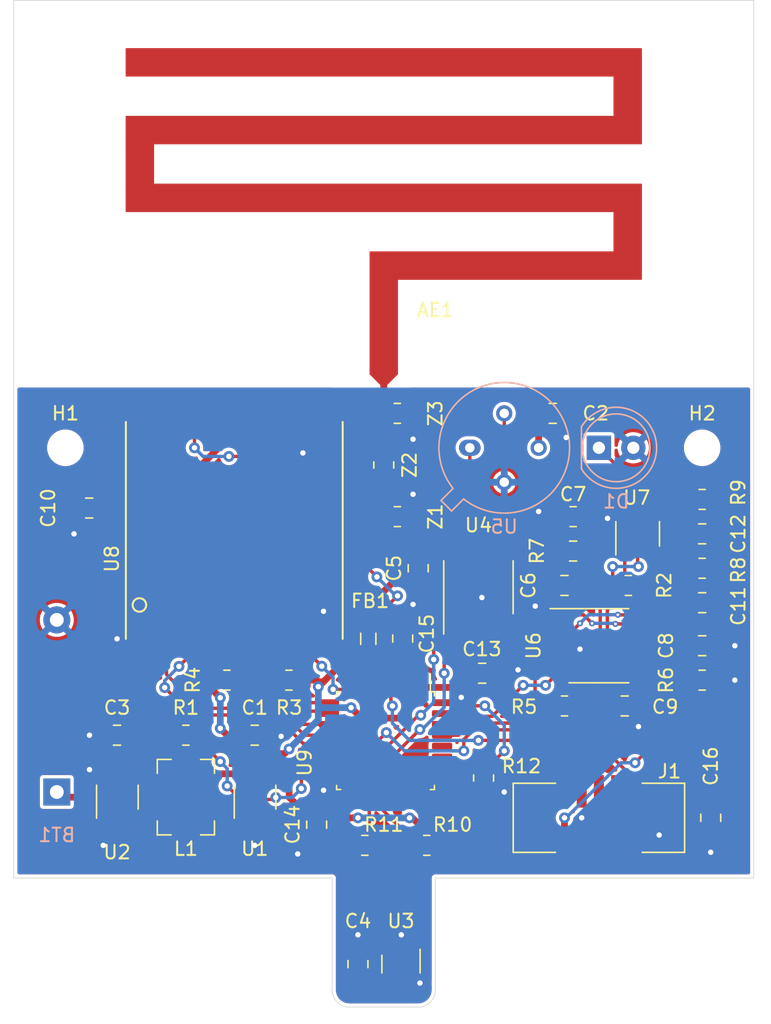
<source format=kicad_pcb>
(kicad_pcb (version 20171130) (host pcbnew "(5.1.7)-1")
  (layers (0 Front signal) (31 Back signal) (34 B.Paste user) (35 F.Paste user) (36 B.SilkS user) (37 F.SilkS user) (38 B.Mask user) (39 F.Mask user) (44 Edge.Cuts user))
  (net 0 "")
  (net 1 GND)
  (net 2 "Net-(BT1-Pad1)")
  (net 3 "Net-(C11-Pad1)")
  (net 4 +3.3VA)
  (net 5 +3V3)
  (net 6 NRST)
  (net 7 SWDIO)
  (net 8 SWCLK)
  (net 9 VIN_SENSE)
  (net 10 "Net-(L1-Pad1)")
  (net 11 "Net-(R1-Pad2)")
  (net 12 SCL)
  (net 13 SDA)
  (net 14 "Net-(C11-Pad2)")
  (net 15 "Net-(C12-Pad2)")
  (net 16 "Net-(U6-Pad13)")
  (net 17 PHOTO_SWITCH)
  (net 18 PHOTO_ENABLE)
  (net 19 "Net-(R5-Pad2)")
  (net 20 "Net-(C7-Pad1)")
  (net 21 MISO)
  (net 22 MOSI)
  (net 23 SCK)
  (net 24 RFM95_NSS)
  (net 25 RFM95_NRST)
  (net 26 "Net-(U8-Pad9)")
  (net 27 "Net-(R12-Pad1)")
  (net 28 PHOTO_SENSE)
  (net 29 "Net-(AE1-Pad1)")
  (net 30 "Net-(J1-Pad6)")
  (net 31 "Net-(J1-Pad7)")
  (net 32 "Net-(J1-Pad8)")
  (net 33 "Net-(U1-Pad3)")
  (net 34 "Net-(U3-Pad3)")
  (net 35 "Net-(U3-Pad6)")
  (net 36 "Net-(U4-Pad7)")
  (net 37 "Net-(U6-Pad10)")
  (net 38 RFM95_DIO5)
  (net 39 "Net-(U8-Pad11)")
  (net 40 "Net-(U8-Pad12)")
  (net 41 RFM95_IRQ)
  (net 42 "Net-(U8-Pad15)")
  (net 43 "Net-(U8-Pad16)")
  (net 44 "Net-(U9-Pad2)")
  (net 45 "Net-(U9-Pad3)")
  (net 46 "Net-(U9-Pad6)")
  (net 47 "Net-(U9-Pad18)")
  (net 48 "Net-(U9-Pad21)")
  (net 49 "Net-(U9-Pad22)")
  (net 50 "Net-(U9-Pad25)")
  (net 51 "Net-(U9-Pad26)")
  (net 52 "Net-(U9-Pad27)")
  (net 53 /PHOTO_VCC)
  (net 54 "Net-(U9-Pad28)")
  (module Resistor_SMD:R_0805_2012Metric_Pad1.20x1.40mm_HandSolder (layer Front) (at 131.191 91.043 270)
    (fp_text reference R12 (at -0.873 -2.794) (layer F.SilkS))
    (fp_text value 10k)
    (pad 2 smd roundrect (at 1 0 270) (size 1.2 1.4) (layers Front F.Paste F.Mask) (roundrect_rratio 0.208333) (net 1 GND))
    (pad 1 smd roundrect (at -1 0 270) (size 1.2 1.4) (layers Front F.Paste F.Mask) (roundrect_rratio 0.208333) (net 27 "Net-(R12-Pad1)"))
  )
  (module Package_SO:TSSOP-16_4.4x5mm_P0.65mm (layer Front) (at 139.7 81.28)
    (fp_text reference U6 (at -4.826 0 270) (layer F.SilkS))
    (fp_text value ADG633YCP)
    (pad 16 smd roundrect (at 2.8625 -2.275) (size 1.475 0.4) (layers Front F.Paste F.Mask) (net 14 "Net-(C11-Pad2)"))
    (pad 15 smd roundrect (at 2.8625 -1.625) (size 1.475 0.4) (layers Front F.Paste F.Mask) (net 15 "Net-(C12-Pad2)"))
    (pad 14 smd roundrect (at 2.8625 -0.975) (size 1.475 0.4) (layers Front F.Paste F.Mask) (net 5 +3V3))
    (pad 13 smd roundrect (at 2.8625 -0.325) (size 1.475 0.4) (layers Front F.Paste F.Mask) (net 16 "Net-(U6-Pad13)"))
    (pad 12 smd roundrect (at 2.8625 0.325) (size 1.475 0.4) (layers Front F.Paste F.Mask) (net 5 +3V3))
    (pad 11 smd roundrect (at 2.8625 0.975) (size 1.475 0.4) (layers Front F.Paste F.Mask) (net 53 /PHOTO_VCC))
    (pad 10 smd roundrect (at 2.8625 1.625) (size 1.475 0.4) (layers Front F.Paste F.Mask) (net 37 "Net-(U6-Pad10)"))
    (pad 9 smd roundrect (at 2.8625 2.275) (size 1.475 0.4) (layers Front F.Paste F.Mask) (net 18 PHOTO_ENABLE))
    (pad 8 smd roundrect (at -2.8625 2.275) (size 1.475 0.4) (layers Front F.Paste F.Mask) (net 17 PHOTO_SWITCH))
    (pad 7 smd roundrect (at -2.8625 1.625) (size 1.475 0.4) (layers Front F.Paste F.Mask) (net 17 PHOTO_SWITCH))
    (pad 6 smd roundrect (at -2.8625 0.975) (size 1.475 0.4) (layers Front F.Paste F.Mask) (net 1 GND))
    (pad 5 smd roundrect (at -2.8625 0.325) (size 1.475 0.4) (layers Front F.Paste F.Mask) (net 1 GND))
    (pad 4 smd roundrect (at -2.8625 -0.325) (size 1.475 0.4) (layers Front F.Paste F.Mask) (net 1 GND))
    (pad 3 smd roundrect (at -2.8625 -0.975) (size 1.475 0.4) (layers Front F.Paste F.Mask) (net 14 "Net-(C11-Pad2)"))
    (pad 2 smd roundrect (at -2.8625 -1.625) (size 1.475 0.4) (layers Front F.Paste F.Mask) (net 19 "Net-(R5-Pad2)"))
    (pad 1 smd roundrect (at -2.8625 -2.275) (size 1.475 0.4) (layers Front F.Paste F.Mask) (net 15 "Net-(C12-Pad2)"))
  )
  (module MountingHole:MountingHole_2.2mm_M2 (layer Front) (at 147.32 66.675)
    (fp_text reference H2 (at 0 -2.54) (layer F.SilkS))
    (fp_text value MountingHole)
    (pad 1 np_thru_hole circle (at 0 0) (size 2.2 2.2) (drill 2.2) (layers *.Cu *.Mask))
  )
  (module MountingHole:MountingHole_2.2mm_M2 (layer Front) (at 100.33 66.675)
    (fp_text reference H1 (at 0 -2.54) (layer F.SilkS))
    (fp_text value MountingHole)
    (pad 1 np_thru_hole circle (at 0 0) (size 2.2 2.2) (drill 2.2) (layers *.Cu *.Mask))
  )
  (module my-footprints-library:868MHZ_TI_DNO24 (layer Front) (at 123.825 62.23)
    (fp_text reference AE1 (at 3.81 -5.715) (layer F.SilkS))
    (fp_text value Antenna)
    (fp_poly (pts (xy -19 -23) (xy -19 -25) (xy 19 -25) (xy 19 -23)) (layer Front) (width 0.1))
    (fp_poly (pts (xy -19 -18) (xy -19 -20) (xy 19 -20) (xy 19 -18)) (layer Front) (width 0.1))
    (fp_poly (pts (xy 19 -20) (xy 17 -20) (xy 17 -23) (xy 19 -23)) (layer Front) (width 0.1))
    (fp_poly (pts (xy -17 -15) (xy -19 -15) (xy -19 -18) (xy -17 -18)) (layer Front) (width 0.1))
    (fp_poly (pts (xy -19 -13) (xy -19 -15) (xy 19 -15) (xy 19 -13)) (layer Front) (width 0.1))
    (fp_poly (pts (xy 19 -10) (xy 17 -10) (xy 17 -13) (xy 19 -13)) (layer Front) (width 0.1))
    (fp_poly (pts (xy 19 -8) (xy 1 -8) (xy 1 -10) (xy 19 -10)) (layer Front) (width 0.1))
    (fp_poly (pts (xy 0 0) (xy -1 -1) (xy 1 -1)) (layer Front) (width 0.1))
    (fp_poly (pts (xy 1 -1) (xy -1 -1) (xy -1 -10) (xy 1 -10)) (layer Front) (width 0.1))
    (pad 1 smd rect (at 0 0) (size 0.5 0.5) (layers Front) (net 29 "Net-(AE1-Pad1)"))
  )
  (module Package_SO:SOIC-8_3.9x4.9mm_P1.27mm (layer Front) (at 130.81 76.962 90)
    (fp_text reference U4 (at 4.572 0 180) (layer F.SilkS))
    (fp_text value 24LC32)
    (pad 8 smd roundrect (at 2.475 -1.905 90) (size 1.95 0.6) (layers Front F.Paste F.Mask) (net 5 +3V3))
    (pad 7 smd roundrect (at 2.475 -0.635 90) (size 1.95 0.6) (layers Front F.Paste F.Mask) (net 36 "Net-(U4-Pad7)"))
    (pad 6 smd roundrect (at 2.475 0.635 90) (size 1.95 0.6) (layers Front F.Paste F.Mask) (net 12 SCL))
    (pad 5 smd roundrect (at 2.475 1.905 90) (size 1.95 0.6) (layers Front F.Paste F.Mask) (net 13 SDA))
    (pad 4 smd roundrect (at -2.475 1.905 90) (size 1.95 0.6) (layers Front F.Paste F.Mask) (net 1 GND))
    (pad 3 smd roundrect (at -2.475 0.635 90) (size 1.95 0.6) (layers Front F.Paste F.Mask) (net 1 GND))
    (pad 2 smd roundrect (at -2.475 -0.635 90) (size 1.95 0.6) (layers Front F.Paste F.Mask) (net 1 GND))
    (pad 1 smd roundrect (at -2.475 -1.905 90) (size 1.95 0.6) (layers Front F.Paste F.Mask) (net 1 GND))
  )
  (module Sensor_Humidity:Sensirion_DFN-8-1EP_2.5x2.5mm_P0.5mm_EP1.1x1.7mm (layer Front) (at 125.095 104.775 270)
    (fp_text reference U3 (at -3.175 0 180) (layer F.SilkS))
    (fp_text value SHT31-DIS)
    (pad 1 smd rect (at -1.175 -0.75 270) (size 0.55 0.25) (layers Front F.Paste F.Mask) (net 13 SDA))
    (pad 2 smd rect (at -1.175 -0.25 270) (size 0.55 0.25) (layers Front F.Paste F.Mask) (net 1 GND))
    (pad 3 smd rect (at -1.175 0.25 270) (size 0.55 0.25) (layers Front F.Paste F.Mask) (net 34 "Net-(U3-Pad3)"))
    (pad 4 smd rect (at -1.175 0.75 90) (size 0.55 0.25) (layers Front F.Paste F.Mask) (net 12 SCL))
    (pad 5 smd rect (at 1.175 0.75 270) (size 0.55 0.25) (layers Front F.Paste F.Mask) (net 5 +3V3))
    (pad 6 smd rect (at 1.175 0.25 270) (size 0.55 0.25) (layers Front F.Paste F.Mask) (net 35 "Net-(U3-Pad6)"))
    (pad 7 smd rect (at 1.175 -0.25 270) (size 0.55 0.25) (layers Front F.Paste F.Mask) (net 1 GND))
    (pad 8 smd rect (at 1.175 -0.75 270) (size 0.55 0.25) (layers Front F.Paste F.Mask) (net 1 GND))
    (pad 9 smd custom (at 0 0 270) (size 1 1) (layers Front F.Mask) (net 1 GND) (options (clearance outline) (anchor circle)) (primitives (gr_poly (pts (xy 0.5 0.85) (xy -0.5 0.85) (xy -0.5 -0.55) (xy -0.2 -0.85) (xy 0.5 -0.85)) (width 0))))
  )
  (module Resistor_SMD:R_0805_2012Metric_Pad1.20x1.40mm_HandSolder (layer Front) (at 124.825 64.135)
    (fp_text reference Z3 (at 2.81 0 90) (layer F.SilkS))
    (fp_text value Z)
    (pad 2 smd roundrect (at 1 0) (size 1.2 1.4) (layers Front F.Paste F.Mask) (roundrect_rratio 0.208333) (net 1 GND))
    (pad 1 smd roundrect (at -1 0) (size 1.2 1.4) (layers Front F.Paste F.Mask) (roundrect_rratio 0.208333) (net 29 "Net-(AE1-Pad1)"))
  )
  (module Resistor_SMD:R_0805_2012Metric_Pad1.20x1.40mm_HandSolder (layer Front) (at 123.825 67.945 90)
    (fp_text reference Z2 (at 0 1.905 90) (layer F.SilkS))
    (fp_text value Z)
    (pad 2 smd roundrect (at 1 0 90) (size 1.2 1.4) (layers Front F.Paste F.Mask) (roundrect_rratio 0.208333) (net 29 "Net-(AE1-Pad1)"))
    (pad 1 smd roundrect (at -1 0 90) (size 1.2 1.4) (layers Front F.Paste F.Mask) (roundrect_rratio 0.208333) (net 26 "Net-(U8-Pad9)"))
  )
  (module Resistor_SMD:R_0805_2012Metric_Pad1.20x1.40mm_HandSolder (layer Front) (at 124.825 71.755 180)
    (fp_text reference Z1 (at -2.81 0 90) (layer F.SilkS))
    (fp_text value Z)
    (pad 2 smd roundrect (at 1 0 180) (size 1.2 1.4) (layers Front F.Paste F.Mask) (roundrect_rratio 0.208333) (net 26 "Net-(U8-Pad9)"))
    (pad 1 smd roundrect (at -1 0 180) (size 1.2 1.4) (layers Front F.Paste F.Mask) (roundrect_rratio 0.208333) (net 1 GND))
  )
  (module Resistor_SMD:R_0805_2012Metric_Pad1.20x1.40mm_HandSolder (layer Front) (at 122.428 96.012)
    (fp_text reference R11 (at 1.397 -1.524) (layer F.SilkS))
    (fp_text value 4.7k)
    (pad 2 smd roundrect (at 1 0) (size 1.2 1.4) (layers Front F.Paste F.Mask) (roundrect_rratio 0.208333) (net 12 SCL))
    (pad 1 smd roundrect (at -1 0) (size 1.2 1.4) (layers Front F.Paste F.Mask) (roundrect_rratio 0.208333) (net 5 +3V3))
  )
  (module Resistor_SMD:R_0805_2012Metric_Pad1.20x1.40mm_HandSolder (layer Front) (at 127 96.012 180)
    (fp_text reference R10 (at -1.905 1.524) (layer F.SilkS))
    (fp_text value 4.7k)
    (pad 2 smd roundrect (at 1 0 180) (size 1.2 1.4) (layers Front F.Paste F.Mask) (roundrect_rratio 0.208333) (net 13 SDA))
    (pad 1 smd roundrect (at -1 0 180) (size 1.2 1.4) (layers Front F.Paste F.Mask) (roundrect_rratio 0.208333) (net 5 +3V3))
  )
  (module Resistor_SMD:R_0805_2012Metric_Pad1.20x1.40mm_HandSolder (layer Front) (at 147.32 70.485)
    (fp_text reference R9 (at 2.667 -0.508 270) (layer F.SilkS))
    (fp_text value 33k)
    (pad 2 smd roundrect (at 1 0) (size 1.2 1.4) (layers Front F.Paste F.Mask) (roundrect_rratio 0.208333) (net 15 "Net-(C12-Pad2)"))
    (pad 1 smd roundrect (at -1 0) (size 1.2 1.4) (layers Front F.Paste F.Mask) (roundrect_rratio 0.208333) (net 3 "Net-(C11-Pad1)"))
  )
  (module Resistor_SMD:R_0805_2012Metric_Pad1.20x1.40mm_HandSolder (layer Front) (at 147.32 75.565)
    (fp_text reference R8 (at 2.667 0.127 90) (layer F.SilkS))
    (fp_text value 1M)
    (pad 2 smd roundrect (at 1 0) (size 1.2 1.4) (layers Front F.Paste F.Mask) (roundrect_rratio 0.208333) (net 14 "Net-(C11-Pad2)"))
    (pad 1 smd roundrect (at -1 0) (size 1.2 1.4) (layers Front F.Paste F.Mask) (roundrect_rratio 0.208333) (net 3 "Net-(C11-Pad1)"))
  )
  (module Resistor_SMD:R_0805_2012Metric_Pad1.20x1.40mm_HandSolder (layer Front) (at 137.795 71.755)
    (fp_text reference R7 (at -2.667 2.54 90) (layer F.SilkS))
    (fp_text value 10k)
    (pad 2 smd roundrect (at 1 0) (size 1.2 1.4) (layers Front F.Paste F.Mask) (roundrect_rratio 0.208333) (net 20 "Net-(C7-Pad1)"))
    (pad 1 smd roundrect (at -1 0) (size 1.2 1.4) (layers Front F.Paste F.Mask) (roundrect_rratio 0.208333) (net 1 GND))
  )
  (module Resistor_SMD:R_0805_2012Metric_Pad1.20x1.40mm_HandSolder (layer Front) (at 147.32 83.82 180)
    (fp_text reference R6 (at 2.667 0 90) (layer F.SilkS))
    (fp_text value 50k)
    (pad 2 smd roundrect (at 1 0 180) (size 1.2 1.4) (layers Front F.Paste F.Mask) (roundrect_rratio 0.208333) (net 18 PHOTO_ENABLE))
    (pad 1 smd roundrect (at -1 0 180) (size 1.2 1.4) (layers Front F.Paste F.Mask) (roundrect_rratio 0.208333) (net 1 GND))
  )
  (module Resistor_SMD:R_0805_2012Metric_Pad1.20x1.40mm_HandSolder (layer Front) (at 137.16 85.725 180)
    (fp_text reference R5 (at 2.9845 -0.0635) (layer F.SilkS))
    (fp_text value 10k)
    (pad 2 smd roundrect (at 1 0 180) (size 1.2 1.4) (layers Front F.Paste F.Mask) (roundrect_rratio 0.208333) (net 19 "Net-(R5-Pad2)"))
    (pad 1 smd roundrect (at -1 0 180) (size 1.2 1.4) (layers Front F.Paste F.Mask) (roundrect_rratio 0.208333) (net 28 PHOTO_SENSE))
  )
  (module Resistor_SMD:R_0805_2012Metric_Pad1.20x1.40mm_HandSolder (layer Front) (at 112.252 83.82)
    (fp_text reference R4 (at -2.524 0 270) (layer F.SilkS))
    (fp_text value 100k)
    (pad 2 smd roundrect (at 1 0) (size 1.2 1.4) (layers Front F.Paste F.Mask) (roundrect_rratio 0.208333) (net 24 RFM95_NSS))
    (pad 1 smd roundrect (at -1 0) (size 1.2 1.4) (layers Front F.Paste F.Mask) (roundrect_rratio 0.208333) (net 5 +3V3))
  )
  (module Resistor_SMD:R_0805_2012Metric_Pad1.20x1.40mm_HandSolder (layer Front) (at 116.824 83.82 180)
    (fp_text reference R3 (at -0.016 -2.032) (layer F.SilkS))
    (fp_text value 100k)
    (pad 2 smd roundrect (at 1 0 180) (size 1.2 1.4) (layers Front F.Paste F.Mask) (roundrect_rratio 0.208333) (net 25 RFM95_NRST))
    (pad 1 smd roundrect (at -1 0 180) (size 1.2 1.4) (layers Front F.Paste F.Mask) (roundrect_rratio 0.208333) (net 5 +3V3))
  )
  (module Resistor_SMD:R_0805_2012Metric_Pad1.20x1.40mm_HandSolder (layer Front) (at 141.875 76.835 180)
    (fp_text reference R2 (at -2.651 0 90) (layer F.SilkS))
    (fp_text value 330k)
    (pad 2 smd roundrect (at 1 0 180) (size 1.2 1.4) (layers Front F.Paste F.Mask) (roundrect_rratio 0.208333) (net 53 /PHOTO_VCC))
    (pad 1 smd roundrect (at -1 0 180) (size 1.2 1.4) (layers Front F.Paste F.Mask) (roundrect_rratio 0.208333) (net 20 "Net-(C7-Pad1)"))
  )
  (module Resistor_SMD:R_0805_2012Metric_Pad1.20x1.40mm_HandSolder (layer Front) (at 109.22 87.884)
    (fp_text reference R1 (at 0 -2.032) (layer F.SilkS))
    (fp_text value 1M)
    (pad 2 smd roundrect (at 1 0) (size 1.2 1.4) (layers Front F.Paste F.Mask) (roundrect_rratio 0.208333) (net 11 "Net-(R1-Pad2)"))
    (pad 1 smd roundrect (at -1 0) (size 1.2 1.4) (layers Front F.Paste F.Mask) (roundrect_rratio 0.208333) (net 9 VIN_SENSE))
  )
  (module Capacitor_SMD:C_0805_2012Metric_Pad1.18x1.45mm_HandSolder (layer Front) (at 147.955 93.98 270)
    (fp_text reference C16 (at -3.81 0 90) (layer F.SilkS))
    (fp_text value 100nF)
    (pad 2 smd roundrect (at 1.0375 0 270) (size 1.175 1.45) (layers Front F.Paste F.Mask) (roundrect_rratio 0.212766) (net 1 GND))
    (pad 1 smd roundrect (at -1.0375 0 270) (size 1.175 1.45) (layers Front F.Paste F.Mask) (roundrect_rratio 0.212766) (net 6 NRST))
  )
  (module Capacitor_SMD:C_0805_2012Metric_Pad1.18x1.45mm_HandSolder (layer Front) (at 125.222 80.7505 90)
    (fp_text reference C15 (at 0.3595 1.778 270) (layer F.SilkS))
    (fp_text value 100nF)
    (pad 2 smd roundrect (at 1.0375 0 90) (size 1.175 1.45) (layers Front F.Paste F.Mask) (roundrect_rratio 0.212766) (net 1 GND))
    (pad 1 smd roundrect (at -1.0375 0 90) (size 1.175 1.45) (layers Front F.Paste F.Mask) (roundrect_rratio 0.212766) (net 4 +3.3VA))
  )
  (module Capacitor_SMD:C_0805_2012Metric_Pad1.18x1.45mm_HandSolder (layer Front) (at 118.872 94.488 270)
    (fp_text reference C14 (at 0 1.778 90) (layer F.SilkS))
    (fp_text value 100nF)
    (pad 2 smd roundrect (at 1.0375 0 270) (size 1.175 1.45) (layers Front F.Paste F.Mask) (roundrect_rratio 0.212766) (net 1 GND))
    (pad 1 smd roundrect (at -1.0375 0 270) (size 1.175 1.45) (layers Front F.Paste F.Mask) (roundrect_rratio 0.212766) (net 5 +3V3))
  )
  (module Capacitor_SMD:C_0805_2012Metric_Pad1.18x1.45mm_HandSolder (layer Front) (at 131.0855 83.312)
    (fp_text reference C13 (at -0.0215 -1.778) (layer F.SilkS))
    (fp_text value 100nF)
    (pad 2 smd roundrect (at 1.0375 0) (size 1.175 1.45) (layers Front F.Paste F.Mask) (roundrect_rratio 0.212766) (net 1 GND))
    (pad 1 smd roundrect (at -1.0375 0) (size 1.175 1.45) (layers Front F.Paste F.Mask) (roundrect_rratio 0.212766) (net 5 +3V3))
  )
  (module Capacitor_SMD:C_0805_2012Metric_Pad1.18x1.45mm_HandSolder (layer Front) (at 147.32 73.025)
    (fp_text reference C12 (at 2.667 0 270) (layer F.SilkS))
    (fp_text value 15pF)
    (pad 2 smd roundrect (at 1.0375 0) (size 1.175 1.45) (layers Front F.Paste F.Mask) (roundrect_rratio 0.212766) (net 15 "Net-(C12-Pad2)"))
    (pad 1 smd roundrect (at -1.0375 0) (size 1.175 1.45) (layers Front F.Paste F.Mask) (roundrect_rratio 0.212766) (net 3 "Net-(C11-Pad1)"))
  )
  (module Capacitor_SMD:C_0805_2012Metric_Pad1.18x1.45mm_HandSolder (layer Front) (at 147.32 78.105)
    (fp_text reference C11 (at 2.667 0.254 270) (layer F.SilkS))
    (fp_text value 4.7pF)
    (pad 2 smd roundrect (at 1.0375 0) (size 1.175 1.45) (layers Front F.Paste F.Mask) (roundrect_rratio 0.212766) (net 14 "Net-(C11-Pad2)"))
    (pad 1 smd roundrect (at -1.0375 0) (size 1.175 1.45) (layers Front F.Paste F.Mask) (roundrect_rratio 0.212766) (net 3 "Net-(C11-Pad1)"))
  )
  (module Capacitor_SMD:C_0805_2012Metric_Pad1.18x1.45mm_HandSolder (layer Front) (at 102.0865 71.12 180)
    (fp_text reference C10 (at 3.0265 0 90) (layer F.SilkS))
    (fp_text value 100nF)
    (pad 2 smd roundrect (at 1.0375 0 180) (size 1.175 1.45) (layers Front F.Paste F.Mask) (roundrect_rratio 0.212766) (net 1 GND))
    (pad 1 smd roundrect (at -1.0375 0 180) (size 1.175 1.45) (layers Front F.Paste F.Mask) (roundrect_rratio 0.212766) (net 5 +3V3))
  )
  (module Capacitor_SMD:C_0805_2012Metric_Pad1.18x1.45mm_HandSolder (layer Front) (at 141.605 85.725)
    (fp_text reference C9 (at 2.9845 0.0635) (layer F.SilkS))
    (fp_text value 100nF)
    (pad 2 smd roundrect (at 1.0375 0) (size 1.175 1.45) (layers Front F.Paste F.Mask) (roundrect_rratio 0.212766) (net 1 GND))
    (pad 1 smd roundrect (at -1.0375 0) (size 1.175 1.45) (layers Front F.Paste F.Mask) (roundrect_rratio 0.212766) (net 28 PHOTO_SENSE))
  )
  (module Capacitor_SMD:C_0805_2012Metric_Pad1.18x1.45mm_HandSolder (layer Front) (at 147.32 81.28)
    (fp_text reference C8 (at -2.667 0 270) (layer F.SilkS))
    (fp_text value 100nF)
    (pad 2 smd roundrect (at 1.0375 0) (size 1.175 1.45) (layers Front F.Paste F.Mask) (roundrect_rratio 0.212766) (net 1 GND))
    (pad 1 smd roundrect (at -1.0375 0) (size 1.175 1.45) (layers Front F.Paste F.Mask) (roundrect_rratio 0.212766) (net 5 +3V3))
  )
  (module Capacitor_SMD:C_0805_2012Metric_Pad1.18x1.45mm_HandSolder (layer Front) (at 137.795 74.295 180)
    (fp_text reference C7 (at 0 4.191) (layer F.SilkS))
    (fp_text value 100nF)
    (pad 2 smd roundrect (at 1.0375 0 180) (size 1.175 1.45) (layers Front F.Paste F.Mask) (roundrect_rratio 0.212766) (net 1 GND))
    (pad 1 smd roundrect (at -1.0375 0 180) (size 1.175 1.45) (layers Front F.Paste F.Mask) (roundrect_rratio 0.212766) (net 20 "Net-(C7-Pad1)"))
  )
  (module Capacitor_SMD:C_0805_2012Metric_Pad1.18x1.45mm_HandSolder (layer Front) (at 137.16 76.835 180)
    (fp_text reference C6 (at 2.667 0 90) (layer F.SilkS))
    (fp_text value 100nF)
    (pad 2 smd roundrect (at 1.0375 0 180) (size 1.175 1.45) (layers Front F.Paste F.Mask) (roundrect_rratio 0.212766) (net 1 GND))
    (pad 1 smd roundrect (at -1.0375 0 180) (size 1.175 1.45) (layers Front F.Paste F.Mask) (roundrect_rratio 0.212766) (net 53 /PHOTO_VCC))
  )
  (module Capacitor_SMD:C_0805_2012Metric_Pad1.18x1.45mm_HandSolder (layer Front) (at 126.365 75.565 270)
    (fp_text reference C5 (at 0 1.778 90) (layer F.SilkS))
    (fp_text value 100nF)
    (pad 2 smd roundrect (at 1.0375 0 270) (size 1.175 1.45) (layers Front F.Paste F.Mask) (roundrect_rratio 0.212766) (net 1 GND))
    (pad 1 smd roundrect (at -1.0375 0 270) (size 1.175 1.45) (layers Front F.Paste F.Mask) (roundrect_rratio 0.212766) (net 5 +3V3))
  )
  (module Capacitor_SMD:C_0805_2012Metric_Pad1.18x1.45mm_HandSolder (layer Front) (at 121.92 104.775 90)
    (fp_text reference C4 (at 3.175 0 180) (layer F.SilkS))
    (fp_text value 100nF)
    (pad 2 smd roundrect (at 1.0375 0 90) (size 1.175 1.45) (layers Front F.Paste F.Mask) (roundrect_rratio 0.212766) (net 1 GND))
    (pad 1 smd roundrect (at -1.0375 0 90) (size 1.175 1.45) (layers Front F.Paste F.Mask) (roundrect_rratio 0.212766) (net 5 +3V3))
  )
  (module Capacitor_SMD:C_0805_2012Metric_Pad1.18x1.45mm_HandSolder (layer Front) (at 104.14 87.884 180)
    (fp_text reference C3 (at 0 2.032) (layer F.SilkS))
    (fp_text value 4.7uF)
    (pad 2 smd roundrect (at 1.0375 0 180) (size 1.175 1.45) (layers Front F.Paste F.Mask) (roundrect_rratio 0.212766) (net 1 GND))
    (pad 1 smd roundrect (at -1.0375 0 180) (size 1.175 1.45) (layers Front F.Paste F.Mask) (roundrect_rratio 0.212766) (net 9 VIN_SENSE))
  )
  (module Capacitor_SMD:C_0805_2012Metric_Pad1.18x1.45mm_HandSolder (layer Front) (at 136.2925 64.135)
    (fp_text reference C2 (at 3.175 0) (layer F.SilkS))
    (fp_text value 100nF)
    (pad 2 smd roundrect (at 1.0375 0) (size 1.175 1.45) (layers Front F.Paste F.Mask) (roundrect_rratio 0.212766) (net 1 GND))
    (pad 1 smd roundrect (at -1.0375 0) (size 1.175 1.45) (layers Front F.Paste F.Mask) (roundrect_rratio 0.212766) (net 5 +3V3))
  )
  (module Capacitor_SMD:C_0805_2012Metric_Pad1.18x1.45mm_HandSolder (layer Front) (at 114.3 87.884)
    (fp_text reference C1 (at 0 -2.032) (layer F.SilkS))
    (fp_text value 4.7uF)
    (pad 2 smd roundrect (at 1.0375 0) (size 1.175 1.45) (layers Front F.Paste F.Mask) (roundrect_rratio 0.212766) (net 1 GND))
    (pad 1 smd roundrect (at -1.0375 0) (size 1.175 1.45) (layers Front F.Paste F.Mask) (roundrect_rratio 0.212766) (net 5 +3V3))
  )
  (module Package_QFP:LQFP-32_7x7mm_P0.8mm (layer Front) (at 123.952 88.284 270)
    (fp_text reference U9 (at 1.632 5.969 270) (layer F.SilkS))
    (fp_text value STM32L412KB)
    (pad 1 smd roundrect (at -4.175 -2.8 270) (size 1.5 0.5) (layers Front F.Paste F.Mask) (net 5 +3V3))
    (pad 2 smd roundrect (at -4.175 -2 270) (size 1.5 0.5) (layers Front F.Paste F.Mask) (net 44 "Net-(U9-Pad2)"))
    (pad 3 smd roundrect (at -4.175 -1.2 270) (size 1.5 0.5) (layers Front F.Paste F.Mask) (net 45 "Net-(U9-Pad3)"))
    (pad 4 smd roundrect (at -4.175 -0.4 270) (size 1.5 0.5) (layers Front F.Paste F.Mask) (net 6 NRST))
    (pad 5 smd roundrect (at -4.175 0.4 270) (size 1.5 0.5) (layers Front F.Paste F.Mask) (net 4 +3.3VA))
    (pad 6 smd roundrect (at -4.175 1.2 270) (size 1.5 0.5) (layers Front F.Paste F.Mask) (net 46 "Net-(U9-Pad6)"))
    (pad 7 smd roundrect (at -4.175 2 270) (size 1.5 0.5) (layers Front F.Paste F.Mask) (net 41 RFM95_IRQ))
    (pad 8 smd roundrect (at -4.175 2.8 270) (size 1.5 0.5) (layers Front F.Paste F.Mask) (net 38 RFM95_DIO5))
    (pad 9 smd roundrect (at -2.8 4.175 270) (size 0.5 1.5) (layers Front F.Paste F.Mask) (net 25 RFM95_NRST))
    (pad 10 smd roundrect (at -2 4.175 270) (size 0.5 1.5) (layers Front F.Paste F.Mask) (net 24 RFM95_NSS))
    (pad 11 smd roundrect (at -1.2 4.175 270) (size 0.5 1.5) (layers Front F.Paste F.Mask) (net 23 SCK))
    (pad 12 smd roundrect (at -0.4 4.175 270) (size 0.5 1.5) (layers Front F.Paste F.Mask) (net 21 MISO))
    (pad 13 smd roundrect (at 0.4 4.175 270) (size 0.5 1.5) (layers Front F.Paste F.Mask) (net 22 MOSI))
    (pad 14 smd roundrect (at 1.2 4.175 270) (size 0.5 1.5) (layers Front F.Paste F.Mask) (net 9 VIN_SENSE))
    (pad 15 smd roundrect (at 2 4.175 270) (size 0.5 1.5) (layers Front F.Paste F.Mask) (net 28 PHOTO_SENSE))
    (pad 16 smd roundrect (at 2.8 4.175 270) (size 0.5 1.5) (layers Front F.Paste F.Mask) (net 1 GND))
    (pad 17 smd roundrect (at 4.175 2.8 270) (size 1.5 0.5) (layers Front F.Paste F.Mask) (net 5 +3V3))
    (pad 18 smd roundrect (at 4.175 2 270) (size 1.5 0.5) (layers Front F.Paste F.Mask) (net 47 "Net-(U9-Pad18)"))
    (pad 19 smd roundrect (at 4.175 1.2 270) (size 1.5 0.5) (layers Front F.Paste F.Mask) (net 12 SCL))
    (pad 20 smd roundrect (at 4.175 0.4 270) (size 1.5 0.5) (layers Front F.Paste F.Mask) (net 13 SDA))
    (pad 21 smd roundrect (at 4.175 -0.4 270) (size 1.5 0.5) (layers Front F.Paste F.Mask) (net 48 "Net-(U9-Pad21)"))
    (pad 22 smd roundrect (at 4.175 -1.2 270) (size 1.5 0.5) (layers Front F.Paste F.Mask) (net 49 "Net-(U9-Pad22)"))
    (pad 23 smd roundrect (at 4.175 -2 270) (size 1.5 0.5) (layers Front F.Paste F.Mask) (net 7 SWDIO))
    (pad 24 smd roundrect (at 4.175 -2.8 270) (size 1.5 0.5) (layers Front F.Paste F.Mask) (net 8 SWCLK))
    (pad 25 smd roundrect (at 2.8 -4.175 270) (size 0.5 1.5) (layers Front F.Paste F.Mask) (net 50 "Net-(U9-Pad25)"))
    (pad 26 smd roundrect (at 2 -4.175 270) (size 0.5 1.5) (layers Front F.Paste F.Mask) (net 51 "Net-(U9-Pad26)"))
    (pad 27 smd roundrect (at 1.2 -4.175 270) (size 0.5 1.5) (layers Front F.Paste F.Mask) (net 52 "Net-(U9-Pad27)"))
    (pad 28 smd roundrect (at 0.4 -4.175 270) (size 0.5 1.5) (layers Front F.Paste F.Mask) (net 54 "Net-(U9-Pad28)"))
    (pad 29 smd roundrect (at -0.4 -4.175 270) (size 0.5 1.5) (layers Front F.Paste F.Mask) (net 18 PHOTO_ENABLE))
    (pad 30 smd roundrect (at -1.2 -4.175 270) (size 0.5 1.5) (layers Front F.Paste F.Mask) (net 17 PHOTO_SWITCH))
    (pad 31 smd roundrect (at -2 -4.175 270) (size 0.5 1.5) (layers Front F.Paste F.Mask) (net 27 "Net-(R12-Pad1)"))
    (pad 32 smd roundrect (at -2.8 -4.175 270) (size 0.5 1.5) (layers Front F.Paste F.Mask) (net 1 GND))
  )
  (module my-footprints-library:RFM95W (layer Front) (at 112.792 72.772 90)
    (fp_text reference U8 (at -2.0945 -9.033 90) (layer F.SilkS))
    (fp_text value RFM95W)
    (pad 1 smd rect (at -8 -7 90) (size 2.5 1.2) (layers Front F.Paste F.Mask) (net 1 GND))
    (pad 2 smd rect (at -8 -5 90) (size 2.5 1.2) (layers Front F.Paste F.Mask) (net 21 MISO))
    (pad 3 smd rect (at -8 -3 90) (size 2.5 1.2) (layers Front F.Paste F.Mask) (net 22 MOSI))
    (pad 4 smd rect (at -8 -1 90) (size 2.5 1.2) (layers Front F.Paste F.Mask) (net 23 SCK))
    (pad 5 smd rect (at -8 1 90) (size 2.5 1.2) (layers Front F.Paste F.Mask) (net 24 RFM95_NSS))
    (pad 6 smd rect (at -8 3 90) (size 2.5 1.2) (layers Front F.Paste F.Mask) (net 25 RFM95_NRST))
    (pad 7 smd rect (at -8 5 90) (size 2.5 1.2) (layers Front F.Paste F.Mask) (net 38 RFM95_DIO5))
    (pad 8 smd rect (at -8 7 90) (size 2.5 1.2) (layers Front F.Paste F.Mask) (net 1 GND))
    (pad 9 smd rect (at 8 7 90) (size 2.5 1.2) (layers Front F.Paste F.Mask) (net 26 "Net-(U8-Pad9)"))
    (pad 10 smd rect (at 8 5 90) (size 2.5 1.2) (layers Front F.Paste F.Mask) (net 1 GND))
    (pad 11 smd rect (at 8 3 90) (size 2.5 1.2) (layers Front F.Paste F.Mask) (net 39 "Net-(U8-Pad11)"))
    (pad 12 smd rect (at 8 1 90) (size 2.5 1.2) (layers Front F.Paste F.Mask) (net 40 "Net-(U8-Pad12)"))
    (pad 13 smd rect (at 8 -1 90) (size 2.5 1.2) (layers Front F.Paste F.Mask) (net 5 +3V3))
    (pad 14 smd rect (at 8 -3 90) (size 2.5 1.2) (layers Front F.Paste F.Mask) (net 41 RFM95_IRQ))
    (pad 15 smd rect (at 8 -5 90) (size 2.5 1.2) (layers Front F.Paste F.Mask) (net 42 "Net-(U8-Pad15)"))
    (pad 16 smd rect (at 8 -7 90) (size 2.5 1.2) (layers Front F.Paste F.Mask) (net 43 "Net-(U8-Pad16)"))
  )
  (module Package_TO_SOT_SMD:SOT-23-5 (layer Front) (at 142.56 73.025 90)
    (fp_text reference U7 (at 2.667 -0.066 180) (layer F.SilkS))
    (fp_text value TSV911RILT)
    (pad 5 smd rect (at 1.1 -0.95 90) (size 1.06 0.65) (layers Front F.Paste F.Mask) (net 1 GND))
    (pad 4 smd rect (at 1.1 0.95 90) (size 1.06 0.65) (layers Front F.Paste F.Mask) (net 3 "Net-(C11-Pad1)"))
    (pad 3 smd rect (at -1.1 0.95 90) (size 1.06 0.65) (layers Front F.Paste F.Mask) (net 20 "Net-(C7-Pad1)"))
    (pad 2 smd rect (at -1.1 0 90) (size 1.06 0.65) (layers Front F.Paste F.Mask) (net 53 /PHOTO_VCC))
    (pad 1 smd rect (at -1.1 -0.95 90) (size 1.06 0.65) (layers Front F.Paste F.Mask) (net 16 "Net-(U6-Pad13)"))
  )
  (module my-footprints-library:TSD305 (layer Back) (at 130.175 66.675)
    (fp_text reference U5 (at 2.54 5.82) (layer B.SilkS) (effects (justify mirror)))
    (fp_text value TSD305)
    (pad 4 thru_hole oval (at 2.54 2.54) (size 1.2 1.2) (drill 0.7) (layers *.Cu *.Mask) (net 1 GND))
    (pad 3 thru_hole oval (at 5.08 0) (size 1.2 1.2) (drill 0.7) (layers *.Cu *.Mask) (net 5 +3V3))
    (pad 2 thru_hole oval (at 2.54 -2.54) (size 1.2 1.2) (drill 0.7) (layers *.Cu *.Mask) (net 13 SDA))
    (pad 1 thru_hole oval (at 0 0) (size 1.6 1.2) (drill 0.7) (layers *.Cu *.Mask) (net 12 SCL))
  )
  (module Package_TO_SOT_SMD:TSOT-23-6_HandSoldering (layer Front) (at 104.14 92.456 90)
    (fp_text reference U2 (at -4.064 0) (layer F.SilkS))
    (fp_text value TPS27081A)
    (pad 6 smd rect (at 1.71 -0.95 90) (size 2 0.65) (layers Front F.Paste F.Mask) (net 1 GND))
    (pad 5 smd rect (at 1.71 0 90) (size 2 0.65) (layers Front F.Paste F.Mask) (net 1 GND))
    (pad 4 smd rect (at 1.71 0.95 90) (size 2 0.65) (layers Front F.Paste F.Mask) (net 9 VIN_SENSE))
    (pad 3 smd rect (at -1.71 0.95 90) (size 2 0.65) (layers Front F.Paste F.Mask) (net 2 "Net-(BT1-Pad1)"))
    (pad 2 smd rect (at -1.71 0 90) (size 2 0.65) (layers Front F.Paste F.Mask) (net 2 "Net-(BT1-Pad1)"))
    (pad 1 smd rect (at -1.71 -0.95 90) (size 2 0.65) (layers Front F.Paste F.Mask) (net 1 GND))
  )
  (module Package_TO_SOT_SMD:TSOT-23-6_HandSoldering (layer Front) (at 114.3 92.456 90)
    (fp_text reference U1 (at -3.81 0 180) (layer F.SilkS))
    (fp_text value AAT1217)
    (pad 6 smd rect (at 1.71 -0.95 90) (size 2 0.65) (layers Front F.Paste F.Mask) (net 9 VIN_SENSE))
    (pad 5 smd rect (at 1.71 0 90) (size 2 0.65) (layers Front F.Paste F.Mask) (net 5 +3V3))
    (pad 4 smd rect (at 1.71 0.95 90) (size 2 0.65) (layers Front F.Paste F.Mask) (net 11 "Net-(R1-Pad2)"))
    (pad 3 smd rect (at -1.71 0.95 90) (size 2 0.65) (layers Front F.Paste F.Mask) (net 33 "Net-(U1-Pad3)"))
    (pad 2 smd rect (at -1.71 0 90) (size 2 0.65) (layers Front F.Paste F.Mask) (net 1 GND))
    (pad 1 smd rect (at -1.71 -0.95 90) (size 2 0.65) (layers Front F.Paste F.Mask) (net 10 "Net-(L1-Pad1)"))
  )
  (module my-footprints-library:L_Bourns-SRN4018_With3DModel (layer Front) (at 109.22 92.456 90)
    (fp_text reference L1 (at -3.81 0 180) (layer F.SilkS))
    (fp_text value 4.7uH)
    (pad 2 smd rect (at 1.725 0 90) (size 1.9 3.6) (layers Front F.Paste F.Mask) (net 9 VIN_SENSE))
    (pad 1 smd rect (at -1.725 0 90) (size 1.9 3.6) (layers Front F.Paste F.Mask) (net 10 "Net-(L1-Pad1)"))
  )
  (module my-footprints-library:Amphenol_FCI_ShroudedSocket_2x05_P1.27mm_Vertical_SMD (layer Front) (at 139.7 93.98)
    (fp_text reference J1 (at 5.207 -3.429) (layer F.SilkS))
    (fp_text value Conn_ARM_JTAG_SWD_10)
    (pad 1 smd rect (at -2.54 1.95 90) (size 2.4 0.74) (layers Front F.Paste F.Mask) (net 5 +3V3))
    (pad 5 smd rect (at 0 1.95 90) (size 2.4 0.74) (layers Front F.Paste F.Mask) (net 1 GND))
    (pad 6 smd rect (at 0 -1.95 90) (size 2.4 0.74) (layers Front F.Paste F.Mask) (net 30 "Net-(J1-Pad6)"))
    (pad 7 smd rect (at 1.27 1.95 90) (size 2.4 0.74) (layers Front F.Paste F.Mask) (net 31 "Net-(J1-Pad7)"))
    (pad 8 smd rect (at 1.27 -1.95 90) (size 2.4 0.74) (layers Front F.Paste F.Mask) (net 32 "Net-(J1-Pad8)"))
    (pad 9 smd rect (at 2.54 1.95 90) (size 2.4 0.74) (layers Front F.Paste F.Mask) (net 1 GND))
    (pad 10 smd rect (at 2.54 -1.95 90) (size 2.4 0.74) (layers Front F.Paste F.Mask) (net 6 NRST))
    (pad 2 smd rect (at -2.54 -1.95 90) (size 2.4 0.74) (layers Front F.Paste F.Mask) (net 7 SWDIO))
    (pad 3 smd rect (at -1.27 1.95 90) (size 2.4 0.74) (layers Front F.Paste F.Mask) (net 1 GND))
    (pad 4 smd rect (at -1.27 -1.95 90) (size 2.4 0.74) (layers Front F.Paste F.Mask) (net 8 SWCLK))
  )
  (module Inductor_SMD:L_0805_2012Metric_Pad1.05x1.20mm_HandSolder (layer Front) (at 122.682 80.772 270)
    (fp_text reference FB1 (at -2.794 -0.127) (layer F.SilkS))
    (fp_text value Ferrite_Bead_Small)
    (pad 2 smd roundrect (at 1.15 0 270) (size 1.05 1.2) (layers Front F.Paste F.Mask) (roundrect_rratio 0.238095) (net 4 +3.3VA))
    (pad 1 smd roundrect (at -1.15 0 270) (size 1.05 1.2) (layers Front F.Paste F.Mask) (roundrect_rratio 0.238095) (net 5 +3V3))
  )
  (module LED_THT:LED_D5.0mm_Clear (layer Back) (at 139.7 66.675)
    (fp_text reference D1 (at 1.27 3.96) (layer B.SilkS) (effects (justify mirror)))
    (fp_text value D_Photo)
    (pad 2 thru_hole circle (at 2.54 0) (size 1.8 1.8) (drill 0.9) (layers *.Cu *.Mask) (net 1 GND))
    (pad 1 thru_hole rect (at 0 0) (size 1.8 1.8) (drill 0.9) (layers *.Cu *.Mask) (net 3 "Net-(C11-Pad1)"))
  )
  (module my-footprints-library:BatteryHolder_Keystone_2468_2xAAA_NoSilkscreen (layer Back) (at 99.695 92.075)
    (fp_text reference BT1 (at 0 3.175 -180) (layer B.SilkS) (effects (justify mirror)))
    (fp_text value Battery)
    (pad 2 thru_hole circle (at 0 -12.7) (size 2 2) (drill 1.02) (layers *.Cu *.Mask) (net 1 GND))
    (pad 1 thru_hole rect (at 0 0) (size 2 2) (drill 1.02) (layers *.Cu *.Mask) (net 2 "Net-(BT1-Pad1)"))
  )
  (gr_arc (start 126.365 106.68) (end 126.365 107.95) (angle -90) (layer Edge.Cuts) (width 0.05))
  (gr_arc (start 121.285 106.68) (end 120.015 106.68) (angle -90) (layer Edge.Cuts) (width 0.05))
  (gr_line (start 127.635 98.425) (end 151.13 98.425) (layer Edge.Cuts) (width 0.05))
  (gr_line (start 127.635 106.68) (end 127.635 98.425) (layer Edge.Cuts) (width 0.05))
  (gr_line (start 121.285 107.95) (end 126.365 107.95) (layer Edge.Cuts) (width 0.05))
  (gr_line (start 120.015 98.425) (end 120.015 106.68) (layer Edge.Cuts) (width 0.05))
  (gr_line (start 96.52 98.425) (end 120.015 98.425) (layer Edge.Cuts) (width 0.05))
  (gr_line (start 151.13 98.425) (end 151.13 33.655) (layer Edge.Cuts) (width 0.05))
  (gr_line (start 96.52 33.655) (end 96.52 98.425) (layer Edge.Cuts) (width 0.05))
  (gr_line (start 96.52 33.655) (end 151.13 33.655) (layer Edge.Cuts) (width 0.05))
  (via (at 125.12 102.616) (size 0.8) (drill 0.4) (layers Front Back) (net 1))
  (segment (start 125.345 102.841) (end 125.12 102.616) (width 0.25) (layer Front) (net 1))
  (segment (start 125.345 103.6) (end 125.345 102.841) (width 0.25) (layer Front) (net 1))
  (segment (start 125.345 104.525) (end 125.095 104.775) (width 0.25) (layer Front) (net 1))
  (segment (start 125.345 103.6) (end 125.345 104.525) (width 0.25) (layer Front) (net 1))
  (via (at 121.92 102.616) (size 0.8) (drill 0.4) (layers Front Back) (net 1))
  (segment (start 121.92 103.7375) (end 121.92 102.616) (width 0.25) (layer Front) (net 1))
  (segment (start 125.345 105.025) (end 125.095 104.775) (width 0.25) (layer Front) (net 1))
  (segment (start 125.345 105.95) (end 125.345 105.025) (width 0.25) (layer Front) (net 1))
  (segment (start 125.845 105.95) (end 125.345 105.95) (width 0.25) (layer Front) (net 1))
  (via (at 126.492 106.172) (size 0.8) (drill 0.4) (layers Front Back) (net 1))
  (segment (start 126.27 105.95) (end 126.492 106.172) (width 0.25) (layer Front) (net 1))
  (segment (start 125.845 105.95) (end 126.27 105.95) (width 0.25) (layer Front) (net 1))
  (via (at 103.124 96.012) (size 0.8) (drill 0.4) (layers Front Back) (net 1))
  (segment (start 103.19 95.946) (end 103.124 96.012) (width 0.5) (layer Front) (net 1))
  (segment (start 103.19 94.166) (end 103.19 95.946) (width 0.5) (layer Front) (net 1))
  (segment (start 104.14 90.746) (end 103.19 90.746) (width 0.5) (layer Front) (net 1))
  (via (at 102.108 90.424) (size 0.8) (drill 0.4) (layers Front Back) (net 1))
  (segment (start 102.43 90.746) (end 102.108 90.424) (width 0.5) (layer Front) (net 1))
  (segment (start 103.19 90.746) (end 102.43 90.746) (width 0.5) (layer Front) (net 1))
  (via (at 102.108 87.884) (size 0.8) (drill 0.4) (layers Front Back) (net 1))
  (segment (start 103.1025 87.884) (end 102.108 87.884) (width 0.5) (layer Front) (net 1))
  (via (at 114.3 96.012) (size 0.8) (drill 0.4) (layers Front Back) (net 1))
  (segment (start 114.3 94.166) (end 114.3 96.012) (width 0.5) (layer Front) (net 1))
  (segment (start 128.905 79.437) (end 130.175 79.437) (width 0.5) (layer Front) (net 1))
  (segment (start 130.175 79.437) (end 131.445 79.437) (width 0.5) (layer Front) (net 1))
  (segment (start 131.445 79.437) (end 132.715 79.437) (width 0.5) (layer Front) (net 1))
  (via (at 131.064 77.724) (size 0.8) (drill 0.4) (layers Front Back) (net 1))
  (segment (start 131.445 78.105) (end 131.064 77.724) (width 0.5) (layer Front) (net 1))
  (segment (start 131.445 79.437) (end 131.445 78.105) (width 0.5) (layer Front) (net 1))
  (via (at 125.984 78.232) (size 0.8) (drill 0.4) (layers Front Back) (net 1))
  (segment (start 126.365 77.851) (end 125.984 78.232) (width 0.5) (layer Front) (net 1))
  (segment (start 126.365 76.6025) (end 126.365 77.851) (width 0.5) (layer Front) (net 1))
  (via (at 116.247312 87.968688) (size 0.8) (drill 0.4) (layers Front Back) (net 1))
  (segment (start 116.162624 87.884) (end 116.247312 87.968688) (width 0.5) (layer Front) (net 1))
  (segment (start 115.3375 87.884) (end 116.162624 87.884) (width 0.5) (layer Front) (net 1))
  (via (at 117.856 67.056) (size 0.8) (drill 0.4) (layers Front Back) (net 1))
  (segment (start 117.792 66.992) (end 117.856 67.056) (width 0.5) (layer Front) (net 1))
  (segment (start 117.792 64.772) (end 117.792 66.992) (width 0.5) (layer Front) (net 1))
  (via (at 104.14 80.772) (size 0.8) (drill 0.4) (layers Front Back) (net 1))
  (segment (start 105.792 80.772) (end 104.14 80.772) (width 0.5) (layer Front) (net 1))
  (via (at 119.38 91.948) (size 0.8) (drill 0.4) (layers Front Back) (net 1))
  (segment (start 119.777 91.551) (end 119.38 91.948) (width 0.5) (layer Front) (net 1))
  (segment (start 119.777 91.084) (end 119.777 91.551) (width 0.5) (layer Front) (net 1))
  (via (at 125.984 70.104) (size 0.8) (drill 0.4) (layers Front Back) (net 1))
  (segment (start 125.825 70.263) (end 125.984 70.104) (width 0.5) (layer Front) (net 1))
  (segment (start 125.825 71.755) (end 125.825 70.263) (width 0.5) (layer Front) (net 1))
  (via (at 125.984 66.04) (size 0.8) (drill 0.4) (layers Front Back) (net 1))
  (segment (start 125.825 65.881) (end 125.984 66.04) (width 0.5) (layer Front) (net 1))
  (segment (start 125.825 64.135) (end 125.825 65.881) (width 0.5) (layer Front) (net 1))
  (segment (start 101.049 72.941) (end 100.965 73.025) (width 0.5) (layer Front) (net 1))
  (via (at 100.965 73.025) (size 0.8) (drill 0.4) (layers Front Back) (net 1))
  (segment (start 101.049 71.12) (end 101.049 72.941) (width 0.5) (layer Front) (net 1))
  (via (at 119.38 78.74) (size 0.8) (drill 0.4) (layers Front Back) (net 1))
  (segment (start 119.792 79.152) (end 119.38 78.74) (width 0.5) (layer Front) (net 1))
  (segment (start 119.792 80.772) (end 119.792 79.152) (width 0.5) (layer Front) (net 1))
  (segment (start 139.7 95.93) (end 138.43 95.93) (width 0.5) (layer Front) (net 1))
  (via (at 144.145 95.25) (size 0.8) (drill 0.4) (layers Front Back) (net 1))
  (segment (start 143.465 95.93) (end 144.145 95.25) (width 0.5) (layer Front) (net 1))
  (segment (start 142.24 95.93) (end 143.465 95.93) (width 0.5) (layer Front) (net 1))
  (via (at 147.955 96.52) (size 0.8) (drill 0.4) (layers Front Back) (net 1))
  (segment (start 147.955 95.0175) (end 147.955 96.52) (width 0.5) (layer Front) (net 1))
  (via (at 138.43 93.98) (size 0.8) (drill 0.4) (layers Front Back) (net 1))
  (segment (start 138.43 95.93) (end 138.43 93.98) (width 0.5) (layer Front) (net 1))
  (via (at 129.54 85.09) (size 0.8) (drill 0.4) (layers Front Back) (net 1))
  (segment (start 129.146 85.484) (end 129.54 85.09) (width 0.5) (layer Front) (net 1))
  (segment (start 128.127 85.484) (end 129.146 85.484) (width 0.5) (layer Front) (net 1))
  (via (at 140.335 71.882) (size 0.8) (drill 0.4) (layers Front Back) (net 1))
  (segment (start 140.378 71.925) (end 140.335 71.882) (width 0.5) (layer Front) (net 1))
  (segment (start 141.61 71.925) (end 140.378 71.925) (width 0.5) (layer Front) (net 1))
  (via (at 132.715 92.075) (size 0.8) (drill 0.4) (layers Front Back) (net 1))
  (segment (start 132.683 92.043) (end 132.715 92.075) (width 0.5) (layer Front) (net 1))
  (segment (start 131.191 92.043) (end 132.683 92.043) (width 0.5) (layer Front) (net 1))
  (segment (start 136.8375 82.255) (end 136.8375 81.605) (width 0.25) (layer Front) (net 1))
  (segment (start 136.8375 81.605) (end 136.8375 80.955) (width 0.25) (layer Front) (net 1))
  (via (at 138.303 81.534) (size 0.8) (drill 0.4) (layers Front Back) (net 1))
  (segment (start 138.232 81.605) (end 138.303 81.534) (width 0.25) (layer Front) (net 1))
  (segment (start 136.8375 81.605) (end 138.232 81.605) (width 0.25) (layer Front) (net 1))
  (via (at 149.733 81.28) (size 0.8) (drill 0.4) (layers Front Back) (net 1))
  (segment (start 148.3575 81.28) (end 149.733 81.28) (width 0.5) (layer Front) (net 1))
  (via (at 149.733 83.82) (size 0.8) (drill 0.4) (layers Front Back) (net 1))
  (segment (start 148.32 83.82) (end 149.733 83.82) (width 0.5) (layer Front) (net 1))
  (via (at 142.621 87.249) (size 0.8) (drill 0.4) (layers Front Back) (net 1))
  (segment (start 142.6425 87.2275) (end 142.621 87.249) (width 0.5) (layer Front) (net 1))
  (segment (start 142.6425 85.725) (end 142.6425 87.2275) (width 0.5) (layer Front) (net 1))
  (via (at 133.731 83.058) (size 0.8) (drill 0.4) (layers Front Back) (net 1))
  (segment (start 133.477 83.312) (end 133.731 83.058) (width 0.5) (layer Front) (net 1))
  (segment (start 132.123 83.312) (end 133.477 83.312) (width 0.5) (layer Front) (net 1))
  (via (at 135.255 71.374) (size 0.8) (drill 0.4) (layers Front Back) (net 1))
  (segment (start 135.636 71.755) (end 135.255 71.374) (width 0.5) (layer Front) (net 1))
  (segment (start 136.795 71.755) (end 135.636 71.755) (width 0.5) (layer Front) (net 1))
  (via (at 135.001 78.359) (size 0.8) (drill 0.4) (layers Front Back) (net 1))
  (segment (start 136.1225 77.2375) (end 135.001 78.359) (width 0.5) (layer Front) (net 1))
  (segment (start 136.1225 76.835) (end 136.1225 77.2375) (width 0.5) (layer Front) (net 1))
  (segment (start 136.7575 71.7925) (end 136.795 71.755) (width 0.5) (layer Front) (net 1))
  (segment (start 136.7575 74.295) (end 136.7575 71.7925) (width 0.5) (layer Front) (net 1))
  (via (at 137.287 65.913) (size 0.8) (drill 0.4) (layers Front Back) (net 1))
  (segment (start 137.33 65.87) (end 137.287 65.913) (width 0.5) (layer Front) (net 1))
  (segment (start 137.33 64.135) (end 137.33 65.87) (width 0.5) (layer Front) (net 1))
  (segment (start 125.222 78.994) (end 125.984 78.232) (width 0.5) (layer Front) (net 1))
  (segment (start 125.222 79.713) (end 125.222 78.994) (width 0.5) (layer Front) (net 1))
  (segment (start 118.5965 95.5255) (end 117.475 96.647) (width 0.5) (layer Front) (net 1))
  (via (at 117.475 96.647) (size 0.8) (drill 0.4) (layers Front Back) (net 1))
  (segment (start 118.872 95.5255) (end 118.5965 95.5255) (width 0.5) (layer Front) (net 1))
  (segment (start 105.09 93.491) (end 104.055 92.456) (width 0.5) (layer Front) (net 2))
  (segment (start 105.09 94.166) (end 105.09 93.491) (width 0.5) (layer Front) (net 2))
  (segment (start 100.076 92.456) (end 99.695 92.075) (width 0.5) (layer Front) (net 2))
  (segment (start 103.705002 92.456) (end 103.632 92.456) (width 0.5) (layer Front) (net 2))
  (segment (start 104.14 92.890998) (end 103.705002 92.456) (width 0.5) (layer Front) (net 2))
  (segment (start 104.14 94.166) (end 104.14 92.890998) (width 0.5) (layer Front) (net 2))
  (segment (start 103.632 92.456) (end 100.076 92.456) (width 0.5) (layer Front) (net 2))
  (segment (start 104.055 92.456) (end 103.632 92.456) (width 0.5) (layer Front) (net 2))
  (segment (start 146.2825 75.6025) (end 146.32 75.565) (width 0.25) (layer Front) (net 3))
  (segment (start 146.2825 78.105) (end 146.2825 75.6025) (width 0.25) (layer Front) (net 3))
  (segment (start 146.32 73.0625) (end 146.2825 73.025) (width 0.25) (layer Front) (net 3))
  (segment (start 146.2825 70.5225) (end 146.32 70.485) (width 0.25) (layer Front) (net 3))
  (segment (start 146.2825 73.025) (end 146.2825 70.5225) (width 0.25) (layer Front) (net 3))
  (segment (start 146.32 74.025) (end 146.32 73.0625) (width 0.25) (layer Front) (net 3))
  (segment (start 146.32 75.565) (end 146.32 74.025) (width 0.25) (layer Front) (net 3))
  (segment (start 144.61 73.025) (end 143.51 71.925) (width 0.25) (layer Front) (net 3))
  (segment (start 146.2825 73.025) (end 144.61 73.025) (width 0.25) (layer Front) (net 3))
  (segment (start 143.51 70.485) (end 139.7 66.675) (width 0.25) (layer Front) (net 3))
  (segment (start 143.51 71.925) (end 143.51 70.485) (width 0.25) (layer Front) (net 3))
  (segment (start 125.088 81.922) (end 125.222 81.788) (width 0.5) (layer Front) (net 4))
  (segment (start 123.552 81.948) (end 123.578 81.922) (width 0.5) (layer Front) (net 4))
  (segment (start 123.552 84.109) (end 123.552 81.948) (width 0.5) (layer Front) (net 4))
  (segment (start 123.578 81.922) (end 125.088 81.922) (width 0.5) (layer Front) (net 4))
  (segment (start 122.682 81.922) (end 123.578 81.922) (width 0.5) (layer Front) (net 4))
  (segment (start 120.3795 93.4505) (end 121.152 92.678) (width 0.5) (layer Front) (net 5))
  (segment (start 118.872 93.4505) (end 120.3795 93.4505) (width 0.5) (layer Front) (net 5))
  (segment (start 120.3795 94.9635) (end 121.428 96.012) (width 0.5) (layer Front) (net 5))
  (segment (start 122.645 105.8125) (end 121.92 105.8125) (width 0.5) (layer Front) (net 5))
  (segment (start 123.444 105.0135) (end 122.645 105.8125) (width 0.5) (layer Front) (net 5))
  (segment (start 123.444 100.076) (end 123.444 105.0135) (width 0.5) (layer Front) (net 5))
  (segment (start 121.428 98.06) (end 123.444 100.076) (width 0.5) (layer Front) (net 5))
  (segment (start 129.001 84.359) (end 130.048 83.312) (width 0.5) (layer Front) (net 5))
  (segment (start 127.002 84.359) (end 129.001 84.359) (width 0.5) (layer Front) (net 5))
  (segment (start 126.752 84.109) (end 127.002 84.359) (width 0.5) (layer Front) (net 5))
  (segment (start 126.365 74.729322) (end 126.365 74.5275) (width 0.5) (layer Front) (net 5))
  (segment (start 123.444 77.650322) (end 126.365 74.729322) (width 0.5) (layer Front) (net 5))
  (segment (start 118.872 93.4505) (end 117.8345 93.4505) (width 0.5) (layer Front) (net 5))
  (segment (start 117.8345 93.4505) (end 116.84 92.456) (width 0.5) (layer Front) (net 5))
  (segment (start 117.856 83.852) (end 117.824 83.82) (width 0.5) (layer Front) (net 5))
  (segment (start 114.3 88.9215) (end 114.3 90.746) (width 0.5) (layer Front) (net 5))
  (segment (start 113.2625 87.884) (end 114.3 88.9215) (width 0.5) (layer Front) (net 5))
  (via (at 111.76 87.376) (size 0.8) (drill 0.4) (layers Front Back) (net 5))
  (segment (start 112.268 87.884) (end 111.76 87.376) (width 0.5) (layer Front) (net 5))
  (segment (start 113.2625 87.884) (end 112.268 87.884) (width 0.5) (layer Front) (net 5))
  (via (at 111.76 85.12003) (size 0.8) (drill 0.4) (layers Front Back) (net 5))
  (segment (start 111.76 87.376) (end 111.76 85.12003) (width 0.5) (layer Back) (net 5))
  (segment (start 111.252 84.61203) (end 111.252 83.82) (width 0.5) (layer Front) (net 5))
  (segment (start 111.76 85.12003) (end 111.252 84.61203) (width 0.5) (layer Front) (net 5))
  (segment (start 116.84 90.110998) (end 116.84 92.456) (width 0.5) (layer Front) (net 5))
  (segment (start 115.975001 89.245999) (end 116.84 90.110998) (width 0.5) (layer Front) (net 5))
  (segment (start 114.645999 89.245999) (end 115.975001 89.245999) (width 0.5) (layer Front) (net 5))
  (segment (start 114.3215 88.9215) (end 114.645999 89.245999) (width 0.5) (layer Front) (net 5))
  (segment (start 114.3 88.9215) (end 114.3215 88.9215) (width 0.5) (layer Front) (net 5))
  (segment (start 115.975001 89.245999) (end 115.986001 89.245999) (width 0.5) (layer Front) (net 5))
  (segment (start 118.872 83.82) (end 117.824 83.82) (width 0.5) (layer Front) (net 5))
  (via (at 116.84 88.9) (size 0.8) (drill 0.4) (layers Front Back) (net 5))
  (segment (start 116.494001 89.245999) (end 116.84 88.9) (width 0.5) (layer Front) (net 5))
  (segment (start 115.975001 89.245999) (end 116.494001 89.245999) (width 0.5) (layer Front) (net 5))
  (via (at 118.994912 84.302989) (size 0.8) (drill 0.4) (layers Front Back) (net 5))
  (segment (start 116.84 88.9) (end 118.994912 86.745088) (width 0.5) (layer Back) (net 5))
  (segment (start 118.994912 83.942912) (end 118.872 83.82) (width 0.5) (layer Front) (net 5))
  (segment (start 118.994912 84.302989) (end 118.994912 83.942912) (width 0.5) (layer Front) (net 5))
  (via (at 121.412 85.852) (size 0.8) (drill 0.4) (layers Front Back) (net 5))
  (segment (start 119.117824 85.852) (end 118.994912 85.974912) (width 0.5) (layer Back) (net 5))
  (segment (start 121.412 85.852) (end 119.117824 85.852) (width 0.5) (layer Back) (net 5))
  (segment (start 118.994912 85.974912) (end 118.994912 84.302989) (width 0.5) (layer Back) (net 5))
  (segment (start 118.994912 86.745088) (end 118.994912 85.974912) (width 0.5) (layer Back) (net 5))
  (segment (start 137.078 96.012) (end 137.16 95.93) (width 0.5) (layer Front) (net 5))
  (segment (start 128 96.012) (end 137.078 96.012) (width 0.5) (layer Front) (net 5))
  (segment (start 121.428 96.012) (end 121.428 98.06) (width 0.5) (layer Front) (net 5))
  (via (at 125.724931 93.985069) (size 0.8) (drill 0.4) (layers Front Back) (net 5))
  (segment (start 125.93705 93.985069) (end 125.724931 93.985069) (width 0.5) (layer Front) (net 5))
  (segment (start 127.963981 96.012) (end 125.93705 93.985069) (width 0.5) (layer Front) (net 5))
  (segment (start 128 96.012) (end 127.963981 96.012) (width 0.5) (layer Front) (net 5))
  (via (at 121.92 93.98) (size 0.8) (drill 0.4) (layers Front Back) (net 5))
  (segment (start 121.925069 93.985069) (end 121.92 93.98) (width 0.5) (layer Back) (net 5))
  (segment (start 125.724931 93.985069) (end 121.925069 93.985069) (width 0.5) (layer Back) (net 5))
  (segment (start 120.65 93.98) (end 120.3795 94.2505) (width 0.5) (layer Front) (net 5))
  (segment (start 121.92 93.98) (end 120.65 93.98) (width 0.5) (layer Front) (net 5))
  (segment (start 120.3795 94.2505) (end 120.3795 94.9635) (width 0.5) (layer Front) (net 5))
  (segment (start 120.3795 93.4505) (end 120.3795 94.2505) (width 0.5) (layer Front) (net 5))
  (segment (start 134.154999 63.034999) (end 135.255 64.135) (width 0.5) (layer Front) (net 5))
  (segment (start 130.005001 63.034999) (end 134.154999 63.034999) (width 0.5) (layer Front) (net 5))
  (segment (start 128.4375 64.6025) (end 130.005001 63.034999) (width 0.5) (layer Front) (net 5))
  (segment (start 135.255 64.135) (end 135.255 66.675) (width 0.5) (layer Front) (net 5))
  (segment (start 109.654322 77.650322) (end 103.124 71.12) (width 0.5) (layer Front) (net 5))
  (segment (start 107.194 71.12) (end 111.792 66.522) (width 0.5) (layer Front) (net 5))
  (segment (start 111.792 66.522) (end 111.792 64.772) (width 0.5) (layer Front) (net 5))
  (segment (start 103.124 71.12) (end 107.194 71.12) (width 0.5) (layer Front) (net 5))
  (segment (start 119.011013 84.302989) (end 118.994912 84.302989) (width 0.5) (layer Front) (net 5))
  (segment (start 120.892001 81.037999) (end 120.892001 82.422001) (width 0.5) (layer Front) (net 5))
  (segment (start 119.37109 83.942912) (end 119.437001 83.877001) (width 0.5) (layer Front) (net 5))
  (segment (start 118.994912 83.942912) (end 119.37109 83.942912) (width 0.5) (layer Front) (net 5))
  (segment (start 119.437001 83.877001) (end 119.011013 84.302989) (width 0.5) (layer Front) (net 5))
  (segment (start 120.892001 82.422001) (end 119.437001 83.877001) (width 0.5) (layer Front) (net 5))
  (segment (start 122.185001 86.625001) (end 121.412 85.852) (width 0.5) (layer Front) (net 5))
  (segment (start 125.069897 86.625001) (end 122.185001 86.625001) (width 0.5) (layer Front) (net 5))
  (segment (start 126.752 84.942898) (end 125.069897 86.625001) (width 0.5) (layer Front) (net 5))
  (segment (start 126.752 84.109) (end 126.752 84.942898) (width 0.5) (layer Front) (net 5))
  (segment (start 146.2825 81.28) (end 145.9575 81.605) (width 0.25) (layer Front) (net 5))
  (via (at 137.16 93.98) (size 0.8) (drill 0.4) (layers Front Back) (net 5))
  (segment (start 137.16 95.93) (end 137.16 93.98) (width 0.5) (layer Front) (net 5))
  (via (at 142.367 89.916) (size 0.8) (drill 0.4) (layers Front Back) (net 5))
  (segment (start 147.29501 84.98799) (end 142.367 89.916) (width 0.25) (layer Front) (net 5))
  (segment (start 147.29501 82.29251) (end 147.29501 84.98799) (width 0.25) (layer Front) (net 5))
  (segment (start 146.2825 81.28) (end 147.29501 82.29251) (width 0.25) (layer Front) (net 5))
  (segment (start 137.282998 93.98) (end 137.16 93.98) (width 0.25) (layer Back) (net 5))
  (segment (start 141.346998 89.916) (end 137.282998 93.98) (width 0.25) (layer Back) (net 5))
  (segment (start 142.367 89.916) (end 141.346998 89.916) (width 0.25) (layer Back) (net 5))
  (segment (start 143.439 81.605) (end 142.5625 81.605) (width 0.25) (layer Front) (net 5))
  (segment (start 143.764 81.28) (end 143.439 81.605) (width 0.25) (layer Front) (net 5))
  (segment (start 144.70788 81.28) (end 145.542 81.28) (width 0.25) (layer Front) (net 5))
  (segment (start 143.80787 80.37999) (end 144.70788 81.28) (width 0.25) (layer Front) (net 5))
  (segment (start 142.60999 80.37999) (end 143.80787 80.37999) (width 0.25) (layer Front) (net 5))
  (segment (start 142.5625 80.3325) (end 142.60999 80.37999) (width 0.25) (layer Front) (net 5))
  (segment (start 142.5625 80.305) (end 142.5625 80.3325) (width 0.25) (layer Front) (net 5))
  (segment (start 145.542 81.28) (end 143.764 81.28) (width 0.25) (layer Front) (net 5))
  (segment (start 146.2825 81.28) (end 145.542 81.28) (width 0.25) (layer Front) (net 5))
  (segment (start 128.8645 74.5275) (end 128.905 74.487) (width 0.5) (layer Front) (net 5))
  (segment (start 126.365 74.5275) (end 128.8645 74.5275) (width 0.5) (layer Front) (net 5))
  (segment (start 128.4375 74.0195) (end 128.905 74.487) (width 0.5) (layer Front) (net 5))
  (segment (start 128.4375 64.6025) (end 128.4375 74.0195) (width 0.5) (layer Front) (net 5))
  (segment (start 122.0575 105.95) (end 121.92 105.8125) (width 0.25) (layer Front) (net 5))
  (segment (start 124.345 105.95) (end 122.0575 105.95) (width 0.25) (layer Front) (net 5))
  (segment (start 122.682 77.724) (end 122.755678 77.650322) (width 0.5) (layer Front) (net 5))
  (segment (start 122.755678 77.650322) (end 109.654322 77.650322) (width 0.5) (layer Front) (net 5))
  (segment (start 122.682 79.622) (end 122.682 77.724) (width 0.5) (layer Front) (net 5))
  (segment (start 123.444 77.650322) (end 122.755678 77.650322) (width 0.5) (layer Front) (net 5))
  (segment (start 122.308 79.622) (end 120.892001 81.037999) (width 0.5) (layer Front) (net 5))
  (segment (start 122.682 79.622) (end 122.308 79.622) (width 0.5) (layer Front) (net 5))
  (via (at 124.46 85.725) (size 0.8) (drill 0.4) (layers Front Back) (net 6))
  (segment (start 124.352 85.617) (end 124.46 85.725) (width 0.25) (layer Front) (net 6))
  (segment (start 124.352 84.109) (end 124.352 85.617) (width 0.25) (layer Front) (net 6))
  (segment (start 124.46 85.725) (end 124.46 86.995) (width 0.25) (layer Back) (net 6))
  (segment (start 142.24 93.005002) (end 142.24 92.03) (width 0.25) (layer Front) (net 6))
  (via (at 130.81 88.265) (size 0.8) (drill 0.4) (layers Front Back) (net 6))
  (segment (start 142.24 91.054998) (end 142.24 92.03) (width 0.25) (layer Front) (net 6))
  (segment (start 140.720002 89.535) (end 142.24 91.054998) (width 0.25) (layer Front) (net 6))
  (segment (start 147.0425 92.03) (end 147.955 92.9425) (width 0.25) (layer Front) (net 6))
  (segment (start 142.24 92.03) (end 147.0425 92.03) (width 0.25) (layer Front) (net 6))
  (segment (start 130.81 88.265) (end 125.73 88.265) (width 0.25) (layer Back) (net 6))
  (segment (start 124.46 86.995) (end 125.73 88.265) (width 0.25) (layer Back) (net 6))
  (segment (start 139.450002 88.265) (end 140.720002 89.535) (width 0.25) (layer Front) (net 6))
  (segment (start 130.81 88.265) (end 139.450002 88.265) (width 0.25) (layer Front) (net 6))
  (segment (start 125.952 93.116122) (end 126.419888 93.58401) (width 0.25) (layer Front) (net 7))
  (segment (start 125.952 92.459) (end 125.952 93.116122) (width 0.25) (layer Front) (net 7))
  (segment (start 134.068108 93.58401) (end 127.87401 93.58401) (width 0.25) (layer Front) (net 7))
  (segment (start 135.622118 92.03) (end 134.068108 93.58401) (width 0.25) (layer Front) (net 7))
  (segment (start 137.16 92.03) (end 135.622118 92.03) (width 0.25) (layer Front) (net 7))
  (segment (start 127.87401 93.58401) (end 128.03099 93.58401) (width 0.25) (layer Front) (net 7))
  (segment (start 126.419888 93.58401) (end 127.87401 93.58401) (width 0.25) (layer Front) (net 7))
  (segment (start 127.377 93.084) (end 126.752 92.459) (width 0.25) (layer Front) (net 8))
  (segment (start 133.860998 93.084) (end 127.377 93.084) (width 0.25) (layer Front) (net 8))
  (segment (start 136.774998 90.17) (end 133.860998 93.084) (width 0.25) (layer Front) (net 8))
  (segment (start 137.545002 90.17) (end 136.774998 90.17) (width 0.25) (layer Front) (net 8))
  (segment (start 138.43 91.054998) (end 137.545002 90.17) (width 0.25) (layer Front) (net 8))
  (segment (start 138.43 92.03) (end 138.43 91.054998) (width 0.25) (layer Front) (net 8))
  (segment (start 109.205 90.746) (end 109.22 90.731) (width 0.5) (layer Front) (net 9))
  (segment (start 113.335 90.731) (end 113.35 90.746) (width 0.5) (layer Front) (net 9))
  (segment (start 109.22 90.731) (end 113.335 90.731) (width 0.5) (layer Front) (net 9))
  (segment (start 105.09 87.9715) (end 105.1775 87.884) (width 0.5) (layer Front) (net 9))
  (segment (start 105.09 90.746) (end 105.09 87.9715) (width 0.5) (layer Front) (net 9))
  (segment (start 105.1775 87.884) (end 108.22 87.884) (width 0.5) (layer Front) (net 9))
  (segment (start 108.22 89.731) (end 109.22 90.731) (width 0.5) (layer Front) (net 9))
  (segment (start 108.22 87.884) (end 108.22 89.731) (width 0.5) (layer Front) (net 9))
  (segment (start 115.714405 92.621011) (end 115.854763 92.480653) (width 0.25) (layer Front) (net 9))
  (segment (start 111.110011 92.621011) (end 115.714405 92.621011) (width 0.25) (layer Front) (net 9))
  (via (at 115.854763 92.480653) (size 0.8) (drill 0.4) (layers Front Back) (net 9))
  (segment (start 109.22 90.731) (end 111.110011 92.621011) (width 0.25) (layer Front) (net 9))
  (segment (start 117.07895 92.480653) (end 117.74 91.819603) (width 0.25) (layer Back) (net 9))
  (via (at 117.74 91.819603) (size 0.8) (drill 0.4) (layers Front Back) (net 9))
  (segment (start 115.854763 92.480653) (end 117.07895 92.480653) (width 0.25) (layer Back) (net 9))
  (segment (start 117.74 90.771) (end 117.74 91.819603) (width 0.25) (layer Front) (net 9))
  (segment (start 119.027 89.484) (end 117.74 90.771) (width 0.25) (layer Front) (net 9))
  (segment (start 119.777 89.484) (end 119.027 89.484) (width 0.25) (layer Front) (net 9))
  (segment (start 113.335 94.181) (end 113.35 94.166) (width 0.5) (layer Front) (net 10))
  (segment (start 109.22 94.181) (end 113.335 94.181) (width 0.5) (layer Front) (net 10))
  (segment (start 115.25 90.746) (end 115.25 91.996) (width 0.25) (layer Front) (net 11))
  (via (at 112.268 91.631) (size 0.8) (drill 0.4) (layers Front Back) (net 11))
  (via (at 111.76 89.831) (size 0.8) (drill 0.4) (layers Front Back) (net 11))
  (segment (start 112.268 90.339) (end 111.76 89.831) (width 0.25) (layer Back) (net 11))
  (segment (start 112.268 91.631) (end 112.268 90.339) (width 0.25) (layer Back) (net 11))
  (segment (start 110.22 88.291) (end 110.22 87.884) (width 0.25) (layer Front) (net 11))
  (segment (start 111.76 89.831) (end 110.22 88.291) (width 0.25) (layer Front) (net 11))
  (segment (start 112.758001 92.121001) (end 112.268 91.631) (width 0.25) (layer Front) (net 11))
  (segment (start 115.124999 92.121001) (end 112.758001 92.121001) (width 0.25) (layer Front) (net 11))
  (segment (start 115.25 91.996) (end 115.124999 92.121001) (width 0.25) (layer Front) (net 11))
  (segment (start 123.428 96.012) (end 123.736 95.704) (width 0.25) (layer Front) (net 12))
  (segment (start 124.345 99.453) (end 124.345 103.6) (width 0.25) (layer Front) (net 12))
  (segment (start 123.428 98.536) (end 124.345 99.453) (width 0.25) (layer Front) (net 12))
  (segment (start 123.428 96.012) (end 123.428 98.536) (width 0.25) (layer Front) (net 12))
  (segment (start 122.752 95.336) (end 122.752 92.459) (width 0.25) (layer Front) (net 12))
  (segment (start 123.428 96.012) (end 122.752 95.336) (width 0.25) (layer Front) (net 12))
  (segment (start 131.445 75.462) (end 130.707 76.2) (width 0.25) (layer Front) (net 12))
  (segment (start 131.445 74.487) (end 131.445 75.462) (width 0.25) (layer Front) (net 12))
  (segment (start 129.54 76.2) (end 127.508 78.232) (width 0.25) (layer Front) (net 12))
  (segment (start 130.707 76.2) (end 129.54 76.2) (width 0.25) (layer Front) (net 12))
  (via (at 127.508 82.296) (size 0.8) (drill 0.4) (layers Front Back) (net 12))
  (segment (start 130.175 71.247) (end 130.175 66.675) (width 0.25) (layer Front) (net 12))
  (segment (start 131.445 72.517) (end 130.175 71.247) (width 0.25) (layer Front) (net 12))
  (segment (start 127.508 78.74) (end 127.508 82.296) (width 0.25) (layer Front) (net 12))
  (segment (start 127.508 82.296) (end 127.508 84.328) (width 0.25) (layer Back) (net 12))
  (via (at 126.556329 86.411362) (size 0.8) (drill 0.4) (layers Front Back) (net 12))
  (segment (start 127.508 85.459691) (end 126.556329 86.411362) (width 0.25) (layer Back) (net 12))
  (segment (start 127.508 84.328) (end 127.508 85.459691) (width 0.25) (layer Back) (net 12))
  (segment (start 122.752 90.046498) (end 122.752 92.459) (width 0.25) (layer Front) (net 12))
  (segment (start 126.321488 86.47701) (end 122.752 90.046498) (width 0.25) (layer Front) (net 12))
  (segment (start 126.490681 86.47701) (end 126.321488 86.47701) (width 0.25) (layer Front) (net 12))
  (segment (start 126.556329 86.411362) (end 126.490681 86.47701) (width 0.25) (layer Front) (net 12))
  (segment (start 127.508 78.232) (end 127.508 78.74) (width 0.25) (layer Front) (net 12))
  (segment (start 131.445 72.517) (end 131.445 74.487) (width 0.25) (layer Front) (net 12))
  (segment (start 126 97.012) (end 126 96.012) (width 0.25) (layer Front) (net 13))
  (segment (start 124.968 98.044) (end 126 97.012) (width 0.25) (layer Front) (net 13))
  (segment (start 124.968 100.584) (end 124.968 98.044) (width 0.25) (layer Front) (net 13))
  (segment (start 125.895001 101.511001) (end 124.968 100.584) (width 0.25) (layer Front) (net 13))
  (segment (start 125.895001 103.549999) (end 125.895001 101.511001) (width 0.25) (layer Front) (net 13))
  (segment (start 125.845 103.6) (end 125.895001 103.549999) (width 0.25) (layer Front) (net 13))
  (segment (start 123.552 93.209) (end 126 95.657) (width 0.25) (layer Front) (net 13))
  (segment (start 126 95.657) (end 126 96.012) (width 0.25) (layer Front) (net 13))
  (segment (start 123.552 92.459) (end 123.552 93.209) (width 0.25) (layer Front) (net 13))
  (via (at 128.283 83.312) (size 0.8) (drill 0.4) (layers Front Back) (net 13))
  (segment (start 132.715 66.421) (end 132.715 64.135) (width 0.25) (layer Front) (net 13))
  (segment (start 131.064 68.072) (end 132.715 66.421) (width 0.25) (layer Front) (net 13))
  (segment (start 131.064 70.612) (end 131.064 68.072) (width 0.25) (layer Front) (net 13))
  (segment (start 132.715 72.263) (end 131.064 70.612) (width 0.25) (layer Front) (net 13))
  (segment (start 128.283 83.312) (end 128.283 84.649017) (width 0.25) (layer Back) (net 13))
  (via (at 126.486463 87.459037) (size 0.8) (drill 0.4) (layers Front Back) (net 13))
  (segment (start 128.283 85.831693) (end 126.655656 87.459037) (width 0.25) (layer Back) (net 13))
  (segment (start 126.655656 87.459037) (end 126.486463 87.459037) (width 0.25) (layer Back) (net 13))
  (segment (start 128.283 84.649017) (end 128.283 85.831693) (width 0.25) (layer Back) (net 13))
  (segment (start 123.552 90.3935) (end 123.552 90.532) (width 0.25) (layer Front) (net 13))
  (segment (start 126.486463 87.459037) (end 123.552 90.3935) (width 0.25) (layer Front) (net 13))
  (segment (start 123.552 92.459) (end 123.552 90.532) (width 0.25) (layer Front) (net 13))
  (segment (start 128.283 81.547) (end 128.283 83.312) (width 0.25) (layer Front) (net 13))
  (segment (start 128.016 81.28) (end 128.283 81.547) (width 0.25) (layer Front) (net 13))
  (segment (start 128.016 78.43112) (end 128.016 81.28) (width 0.25) (layer Front) (net 13))
  (segment (start 131.469 76.708) (end 129.73912 76.708) (width 0.25) (layer Front) (net 13))
  (segment (start 132.715 75.462) (end 131.469 76.708) (width 0.25) (layer Front) (net 13))
  (segment (start 129.73912 76.708) (end 128.016 78.43112) (width 0.25) (layer Front) (net 13))
  (segment (start 132.715 74.487) (end 132.715 75.462) (width 0.25) (layer Front) (net 13))
  (segment (start 132.715 74.487) (end 132.715 72.263) (width 0.25) (layer Front) (net 13))
  (segment (start 142.5625 79.0625) (end 142.5625 79.005) (width 0.25) (layer Front) (net 14))
  (segment (start 142.57999 79.07999) (end 142.5625 79.0625) (width 0.25) (layer Front) (net 14))
  (segment (start 148.3575 75.6025) (end 148.32 75.565) (width 0.25) (layer Front) (net 14))
  (segment (start 148.3575 78.105) (end 148.3575 75.6025) (width 0.25) (layer Front) (net 14))
  (segment (start 148.3575 78.3375) (end 148.3575 78.105) (width 0.25) (layer Front) (net 14))
  (segment (start 147.18501 79.50999) (end 148.3575 78.3375) (width 0.25) (layer Front) (net 14))
  (segment (start 144.35211 79.50999) (end 147.18501 79.50999) (width 0.25) (layer Front) (net 14))
  (segment (start 143.84712 79.005) (end 144.35211 79.50999) (width 0.25) (layer Front) (net 14))
  (segment (start 142.5625 79.005) (end 143.84712 79.005) (width 0.25) (layer Front) (net 14))
  (segment (start 136.8785 80.264) (end 136.8375 80.305) (width 0.25) (layer Front) (net 14))
  (segment (start 141.108 79.005) (end 141.097 78.994) (width 0.25) (layer Front) (net 14))
  (via (at 141.097 78.994) (size 0.45) (drill 0.2) (layers Front Back) (net 14))
  (segment (start 142.5625 79.005) (end 141.108 79.005) (width 0.25) (layer Front) (net 14))
  (segment (start 141.097 78.994) (end 139.065 78.994) (width 0.25) (layer Back) (net 14))
  (via (at 138.303 79.629) (size 0.45) (drill 0.2) (layers Front Back) (net 14))
  (segment (start 138.307008 79.629) (end 138.303 79.629) (width 0.25) (layer Back) (net 14))
  (segment (start 138.942008 78.994) (end 138.307008 79.629) (width 0.25) (layer Back) (net 14))
  (segment (start 139.065 78.994) (end 138.942008 78.994) (width 0.25) (layer Back) (net 14))
  (segment (start 137.627 80.305) (end 136.8375 80.305) (width 0.25) (layer Front) (net 14))
  (segment (start 138.303 79.629) (end 137.627 80.305) (width 0.25) (layer Front) (net 14))
  (segment (start 149.86 74.5275) (end 148.3575 73.025) (width 0.25) (layer Front) (net 15))
  (segment (start 148.59 80.01) (end 149.86 78.74) (width 0.25) (layer Front) (net 15))
  (segment (start 144.145 80.01) (end 148.59 80.01) (width 0.25) (layer Front) (net 15))
  (segment (start 143.86499 79.72999) (end 144.145 80.01) (width 0.25) (layer Front) (net 15))
  (segment (start 149.86 78.74) (end 149.86 74.5275) (width 0.25) (layer Front) (net 15))
  (segment (start 142.59499 79.72999) (end 143.86499 79.72999) (width 0.25) (layer Front) (net 15))
  (segment (start 142.5625 79.6975) (end 142.59499 79.72999) (width 0.25) (layer Front) (net 15))
  (segment (start 142.5625 79.655) (end 142.5625 79.6975) (width 0.25) (layer Front) (net 15))
  (segment (start 148.3575 70.5225) (end 148.32 70.485) (width 0.25) (layer Front) (net 15))
  (segment (start 148.3575 73.025) (end 148.3575 70.5225) (width 0.25) (layer Front) (net 15))
  (via (at 139.19501 79.629) (size 0.45) (drill 0.2) (layers Front Back) (net 15))
  (segment (start 138.57101 79.005) (end 139.19501 79.629) (width 0.25) (layer Front) (net 15))
  (segment (start 136.8375 79.005) (end 138.57101 79.005) (width 0.25) (layer Front) (net 15))
  (via (at 140.921999 79.671773) (size 0.45) (drill 0.2) (layers Front Back) (net 15))
  (segment (start 140.879226 79.629) (end 140.921999 79.671773) (width 0.25) (layer Back) (net 15))
  (segment (start 139.19501 79.629) (end 140.879226 79.629) (width 0.25) (layer Back) (net 15))
  (segment (start 142.545727 79.671773) (end 142.5625 79.655) (width 0.25) (layer Front) (net 15))
  (segment (start 140.921999 79.671773) (end 142.545727 79.671773) (width 0.25) (layer Front) (net 15))
  (segment (start 141.803232 80.955) (end 142.5625 80.955) (width 0.25) (layer Front) (net 16))
  (segment (start 140.645 80.955) (end 142.5625 80.955) (width 0.25) (layer Front) (net 16))
  (segment (start 140.321999 80.631999) (end 140.645 80.955) (width 0.25) (layer Front) (net 16))
  (segment (start 140.321999 78.621999) (end 140.321999 80.631999) (width 0.25) (layer Front) (net 16))
  (segment (start 140.724999 78.218999) (end 140.321999 78.621999) (width 0.25) (layer Front) (net 16))
  (segment (start 141.237001 78.218999) (end 140.724999 78.218999) (width 0.25) (layer Front) (net 16))
  (segment (start 141.89999 77.55601) (end 141.237001 78.218999) (width 0.25) (layer Front) (net 16))
  (segment (start 141.89999 76.17609) (end 141.89999 77.55601) (width 0.25) (layer Front) (net 16))
  (segment (start 141.61 75.8861) (end 141.89999 76.17609) (width 0.25) (layer Front) (net 16))
  (segment (start 141.61 74.125) (end 141.61 75.8861) (width 0.25) (layer Front) (net 16))
  (segment (start 136.8375 82.905) (end 136.8375 83.555) (width 0.25) (layer Front) (net 17))
  (via (at 135.763 84.201) (size 0.8) (drill 0.4) (layers Front Back) (net 17))
  (segment (start 136.409 83.555) (end 135.763 84.201) (width 0.25) (layer Front) (net 17))
  (segment (start 136.8375 83.555) (end 136.409 83.555) (width 0.25) (layer Front) (net 17))
  (via (at 134.112 84.201) (size 0.8) (drill 0.4) (layers Front Back) (net 17))
  (segment (start 135.763 84.201) (end 134.112 84.201) (width 0.25) (layer Back) (net 17))
  (segment (start 129.429758 87.084) (end 128.127 87.084) (width 0.25) (layer Front) (net 17))
  (segment (start 130.023779 86.489979) (end 129.429758 87.084) (width 0.25) (layer Front) (net 17))
  (segment (start 131.823021 86.489979) (end 130.023779 86.489979) (width 0.25) (layer Front) (net 17))
  (segment (start 134.112 84.201) (end 131.823021 86.489979) (width 0.25) (layer Front) (net 17))
  (segment (start 146.055 83.555) (end 146.32 83.82) (width 0.25) (layer Front) (net 18))
  (segment (start 137.16 85.0411) (end 137.7461 84.455) (width 0.25) (layer Front) (net 18))
  (segment (start 137.16 86.4089) (end 137.16 85.0411) (width 0.25) (layer Front) (net 18))
  (segment (start 137.7461 84.455) (end 141.6625 84.455) (width 0.25) (layer Front) (net 18))
  (segment (start 136.906 86.6629) (end 137.16 86.4089) (width 0.25) (layer Front) (net 18))
  (segment (start 136.906 86.741) (end 136.906 86.6629) (width 0.25) (layer Front) (net 18))
  (segment (start 136.657011 86.989989) (end 136.906 86.741) (width 0.25) (layer Front) (net 18))
  (segment (start 130.230889 86.989989) (end 136.657011 86.989989) (width 0.25) (layer Front) (net 18))
  (segment (start 129.336878 87.884) (end 130.230889 86.989989) (width 0.25) (layer Front) (net 18))
  (segment (start 128.127 87.884) (end 129.336878 87.884) (width 0.25) (layer Front) (net 18))
  (segment (start 141.6625 84.455) (end 142.5625 83.555) (width 0.25) (layer Front) (net 18))
  (segment (start 142.5625 83.555) (end 146.055 83.555) (width 0.25) (layer Front) (net 18))
  (segment (start 134.987999 80.745233) (end 136.078232 79.655) (width 0.25) (layer Front) (net 19))
  (segment (start 135.56 85.725) (end 134.987999 85.152999) (width 0.25) (layer Front) (net 19))
  (segment (start 134.987999 85.152999) (end 134.987999 80.745233) (width 0.25) (layer Front) (net 19))
  (segment (start 136.16 85.725) (end 135.56 85.725) (width 0.25) (layer Front) (net 19))
  (segment (start 136.8375 79.655) (end 136.078232 79.655) (width 0.25) (layer Front) (net 19))
  (segment (start 138.795 74.2575) (end 138.8325 74.295) (width 0.25) (layer Front) (net 20))
  (segment (start 138.870001 73.219999) (end 138.795 73.295) (width 0.25) (layer Front) (net 20))
  (segment (start 143.384999 73.219999) (end 138.870001 73.219999) (width 0.25) (layer Front) (net 20))
  (segment (start 143.51 73.345) (end 143.384999 73.219999) (width 0.25) (layer Front) (net 20))
  (segment (start 143.51 74.125) (end 143.51 73.345) (width 0.25) (layer Front) (net 20))
  (segment (start 138.795 73.295) (end 138.795 74.2575) (width 0.25) (layer Front) (net 20))
  (segment (start 138.795 71.755) (end 138.795 73.295) (width 0.25) (layer Front) (net 20))
  (segment (start 143.51 76.2) (end 142.875 76.835) (width 0.25) (layer Front) (net 20))
  (segment (start 143.51 74.125) (end 143.51 76.2) (width 0.25) (layer Front) (net 20))
  (segment (start 107.792 83.408) (end 107.792 80.772) (width 0.25) (layer Front) (net 21))
  (segment (start 110.27903 85.89503) (end 107.792 83.408) (width 0.25) (layer Front) (net 21))
  (segment (start 115.97679 85.89503) (end 110.27903 85.89503) (width 0.25) (layer Front) (net 21))
  (segment (start 117.96576 87.884) (end 115.97679 85.89503) (width 0.25) (layer Front) (net 21))
  (segment (start 119.777 87.884) (end 117.96576 87.884) (width 0.25) (layer Front) (net 21))
  (segment (start 119.42101 88.50901) (end 118.59077 88.50901) (width 0.25) (layer Front) (net 22))
  (segment (start 119.596 88.684) (end 119.42101 88.50901) (width 0.25) (layer Front) (net 22))
  (segment (start 119.777 88.684) (end 119.596 88.684) (width 0.25) (layer Front) (net 22))
  (segment (start 118.59077 88.50901) (end 117.88365 88.50901) (width 0.25) (layer Front) (net 22))
  (segment (start 117.88365 88.50901) (end 115.76968 86.39504) (width 0.25) (layer Front) (net 22))
  (segment (start 109.683024 86.39504) (end 107.655992 84.368008) (width 0.25) (layer Front) (net 22))
  (via (at 107.655992 84.368008) (size 0.8) (drill 0.4) (layers Front Back) (net 22))
  (segment (start 115.76968 86.39504) (end 109.683024 86.39504) (width 0.25) (layer Front) (net 22))
  (segment (start 107.655992 83.860008) (end 108.712 82.804) (width 0.25) (layer Back) (net 22))
  (via (at 108.712 82.804) (size 0.8) (drill 0.4) (layers Front Back) (net 22))
  (segment (start 107.655992 84.368008) (end 107.655992 83.860008) (width 0.25) (layer Back) (net 22))
  (segment (start 109.792 81.724) (end 109.792 80.772) (width 0.25) (layer Front) (net 22))
  (segment (start 108.712 82.804) (end 109.792 81.724) (width 0.25) (layer Front) (net 22))
  (segment (start 112.268 81.248) (end 111.792 80.772) (width 0.25) (layer Front) (net 23))
  (segment (start 112.268 84.5199) (end 112.268 81.248) (width 0.25) (layer Front) (net 23))
  (segment (start 113.14312 85.39502) (end 112.268 84.5199) (width 0.25) (layer Front) (net 23))
  (segment (start 117.87288 87.084) (end 116.1839 85.39502) (width 0.25) (layer Front) (net 23))
  (segment (start 116.1839 85.39502) (end 113.14312 85.39502) (width 0.25) (layer Front) (net 23))
  (segment (start 119.777 87.084) (end 117.87288 87.084) (width 0.25) (layer Front) (net 23))
  (segment (start 113.252 81.312) (end 113.792 80.772) (width 0.25) (layer Front) (net 24))
  (segment (start 113.252 83.82) (end 113.252 81.312) (width 0.25) (layer Front) (net 24))
  (segment (start 117.60501 86.10901) (end 116.39101 84.89501) (width 0.25) (layer Front) (net 24))
  (segment (start 119.63701 86.10901) (end 117.60501 86.10901) (width 0.25) (layer Front) (net 24))
  (segment (start 119.777 86.249) (end 119.63701 86.10901) (width 0.25) (layer Front) (net 24))
  (segment (start 119.777 86.284) (end 119.777 86.249) (width 0.25) (layer Front) (net 24))
  (segment (start 114.1401 83.82) (end 113.252 83.82) (width 0.25) (layer Front) (net 24))
  (segment (start 115.21511 84.89501) (end 114.1401 83.82) (width 0.25) (layer Front) (net 24))
  (segment (start 116.39101 84.89501) (end 115.21511 84.89501) (width 0.25) (layer Front) (net 24))
  (segment (start 115.792 83.788) (end 115.824 83.82) (width 0.25) (layer Front) (net 25))
  (segment (start 115.792 80.772) (end 115.792 83.788) (width 0.25) (layer Front) (net 25))
  (segment (start 115.824 83.82) (end 116.1401 83.82) (width 0.25) (layer Front) (net 25))
  (segment (start 116.02312 83.82) (end 115.824 83.82) (width 0.25) (layer Front) (net 25))
  (segment (start 117.68712 85.484) (end 116.02312 83.82) (width 0.25) (layer Front) (net 25))
  (segment (start 119.777 85.484) (end 117.68712 85.484) (width 0.25) (layer Front) (net 25))
  (segment (start 119.792 64.772) (end 119.792 70.008) (width 0.5) (layer Front) (net 26))
  (segment (start 121.539 71.755) (end 123.825 71.755) (width 0.5) (layer Front) (net 26))
  (segment (start 119.792 70.008) (end 121.539 71.755) (width 0.5) (layer Front) (net 26))
  (segment (start 123.825 68.945) (end 123.825 71.755) (width 0.5) (layer Front) (net 26))
  (via (at 131.277992 85.714979) (size 0.8) (drill 0.4) (layers Front Back) (net 27))
  (via (at 132.715 89.04) (size 0.8) (drill 0.4) (layers Front Back) (net 27))
  (segment (start 131.712 90.043) (end 132.715 89.04) (width 0.25) (layer Front) (net 27))
  (segment (start 131.191 90.043) (end 131.712 90.043) (width 0.25) (layer Front) (net 27))
  (segment (start 132.715 87.151987) (end 131.277992 85.714979) (width 0.25) (layer Back) (net 27))
  (segment (start 132.715 89.04) (end 132.715 87.151987) (width 0.25) (layer Back) (net 27))
  (segment (start 130.091659 85.714979) (end 131.277992 85.714979) (width 0.25) (layer Front) (net 27))
  (segment (start 129.522638 86.284) (end 130.091659 85.714979) (width 0.25) (layer Front) (net 27))
  (segment (start 128.127 86.284) (end 129.522638 86.284) (width 0.25) (layer Front) (net 27))
  (segment (start 138.16 85.725) (end 140.5675 85.725) (width 0.25) (layer Front) (net 28))
  (via (at 129.7305 89.04) (size 0.8) (drill 0.4) (layers Front Back) (net 28))
  (via (at 124.012241 87.690241) (size 0.8) (drill 0.4) (layers Front Back) (net 28))
  (segment (start 125.362 89.04) (end 124.012241 87.690241) (width 0.25) (layer Back) (net 28))
  (segment (start 129.7305 89.04) (end 125.362 89.04) (width 0.25) (layer Back) (net 28))
  (segment (start 121.418482 90.284) (end 119.777 90.284) (width 0.25) (layer Front) (net 28))
  (segment (start 124.012241 87.690241) (end 121.418482 90.284) (width 0.25) (layer Front) (net 28))
  (segment (start 137.808001 87.489999) (end 138.16 87.138) (width 0.25) (layer Front) (net 28))
  (segment (start 130.437999 87.489999) (end 137.808001 87.489999) (width 0.25) (layer Front) (net 28))
  (segment (start 138.16 87.138) (end 138.16 85.725) (width 0.25) (layer Front) (net 28))
  (segment (start 129.7305 88.197498) (end 130.437999 87.489999) (width 0.25) (layer Front) (net 28))
  (segment (start 129.7305 89.04) (end 129.7305 88.197498) (width 0.25) (layer Front) (net 28))
  (segment (start 123.825 62.23) (end 123.825 64.135) (width 0.5) (layer Front) (net 29))
  (segment (start 123.825 64.135) (end 123.825 66.945) (width 0.5) (layer Front) (net 29))
  (via (at 119.248958 82.792251) (size 0.8) (drill 0.4) (layers Front Back) (net 38))
  (segment (start 117.792 81.335293) (end 119.248958 82.792251) (width 0.25) (layer Front) (net 38))
  (segment (start 117.792 80.772) (end 117.792 81.335293) (width 0.25) (layer Front) (net 38))
  (via (at 120.081884 84.504912) (size 0.8) (drill 0.4) (layers Front Back) (net 38))
  (segment (start 120.081884 83.625177) (end 120.081884 84.504912) (width 0.25) (layer Back) (net 38))
  (segment (start 119.248958 82.792251) (end 120.081884 83.625177) (width 0.25) (layer Back) (net 38))
  (segment (start 120.756088 84.504912) (end 121.152 84.109) (width 0.25) (layer Front) (net 38))
  (segment (start 120.081884 84.504912) (end 120.756088 84.504912) (width 0.25) (layer Front) (net 38))
  (via (at 112.395 67.31) (size 0.8) (drill 0.4) (layers Front Back) (net 41))
  (segment (start 113.114678 67.31) (end 112.395 67.31) (width 0.25) (layer Front) (net 41))
  (segment (start 110.49 67.31) (end 109.855 66.675) (width 0.25) (layer Back) (net 41))
  (via (at 109.855 66.675) (size 0.8) (drill 0.4) (layers Front Back) (net 41))
  (segment (start 112.395 67.31) (end 110.49 67.31) (width 0.25) (layer Back) (net 41))
  (segment (start 109.855 64.835) (end 109.792 64.772) (width 0.25) (layer Front) (net 41))
  (segment (start 109.855 66.675) (end 109.855 64.835) (width 0.25) (layer Front) (net 41))
  (segment (start 123.65701 78.78099) (end 124.841 77.597) (width 0.25) (layer Front) (net 41))
  (segment (start 123.65701 80.15589) (end 123.65701 78.78099) (width 0.25) (layer Front) (net 41))
  (segment (start 123.29089 80.52201) (end 123.65701 80.15589) (width 0.25) (layer Front) (net 41))
  (segment (start 122.291886 80.52201) (end 123.29089 80.52201) (width 0.25) (layer Front) (net 41))
  (segment (start 121.70699 81.106906) (end 122.291886 80.52201) (width 0.25) (layer Front) (net 41))
  (via (at 124.841 77.597) (size 0.8) (drill 0.4) (layers Front Back) (net 41))
  (segment (start 121.70699 82.45589) (end 121.70699 81.106906) (width 0.25) (layer Front) (net 41))
  (segment (start 121.952 82.7009) (end 121.70699 82.45589) (width 0.25) (layer Front) (net 41))
  (segment (start 121.952 84.109) (end 121.952 82.7009) (width 0.25) (layer Front) (net 41))
  (via (at 123.317 76.2) (size 0.8) (drill 0.4) (layers Front Back) (net 41))
  (segment (start 124.714 77.597) (end 123.317 76.2) (width 0.25) (layer Back) (net 41))
  (segment (start 124.841 77.597) (end 124.714 77.597) (width 0.25) (layer Back) (net 41))
  (segment (start 114.427 67.31) (end 113.114678 67.31) (width 0.25) (layer Front) (net 41))
  (segment (start 123.317 76.2) (end 114.427 67.31) (width 0.25) (layer Front) (net 41))
  (segment (start 142.56 75.377) (end 142.621 75.438) (width 0.25) (layer Front) (net 53))
  (via (at 142.621 75.438) (size 0.8) (drill 0.4) (layers Front Back) (net 53))
  (segment (start 142.56 74.125) (end 142.56 75.377) (width 0.25) (layer Front) (net 53))
  (via (at 140.716 75.438) (size 0.8) (drill 0.4) (layers Front Back) (net 53))
  (segment (start 142.621 75.438) (end 140.716 75.438) (width 0.25) (layer Back) (net 53))
  (segment (start 140.716 76.676) (end 140.875 76.835) (width 0.25) (layer Front) (net 53))
  (segment (start 140.716 75.438) (end 140.716 76.676) (width 0.25) (layer Front) (net 53))
  (segment (start 140.875 76.835) (end 138.1975 76.835) (width 0.25) (layer Front) (net 53))
  (segment (start 141.803232 82.255) (end 142.5625 82.255) (width 0.25) (layer Front) (net 53))
  (segment (start 141.23788 82.255) (end 142.5625 82.255) (width 0.25) (layer Front) (net 53))
  (segment (start 139.79501 80.81213) (end 141.23788 82.255) (width 0.25) (layer Front) (net 53))
  (segment (start 139.79501 77.91499) (end 139.79501 80.81213) (width 0.25) (layer Front) (net 53))
  (segment (start 140.875 76.835) (end 139.79501 77.91499) (width 0.25) (layer Front) (net 53))
  (zone (net 1) (net_name GND) (layer Back) (connect_pads (clearance 0.25)) (min_thickness 0.25) (fill yes (arc_segments 32) (thermal_gap 0.508) (thermal_bridge_width 0.508))
    (polygon (pts (xy 151.892 108.712) (xy 96.012 108.712) (xy 96.012 62.23) (xy 151.765 62.23)))
  )
  (zone (net 0) (net_name "") (layer Front) (connect_pads (clearance 0.25)) (min_thickness 0.25) (fill yes (arc_segments 32) (thermal_gap 0.508) (thermal_bridge_width 0.508))
    (polygon (pts (xy 152.4 109.22) (xy 95.504 109.22) (xy 95.504 62.23) (xy 152.4 62.23)))
  )
  (zone (net 0) (net_name "") (layer Front) (connect_pads (clearance 0.25)) (min_thickness 0.254)
    (keepout (tracks allowed) (vias allowed) (copperpour not_allowed))
    (fill (arc_segments 32) (thermal_gap 0.508) (thermal_bridge_width 0.508))
    (polygon (pts (xy 125.73 71.12) (xy 125.095 71.755) (xy 121.92 71.755) (xy 120.015 69.85) (xy 120.015 62.23) (xy 125.73 62.23)))
  )
)
</source>
